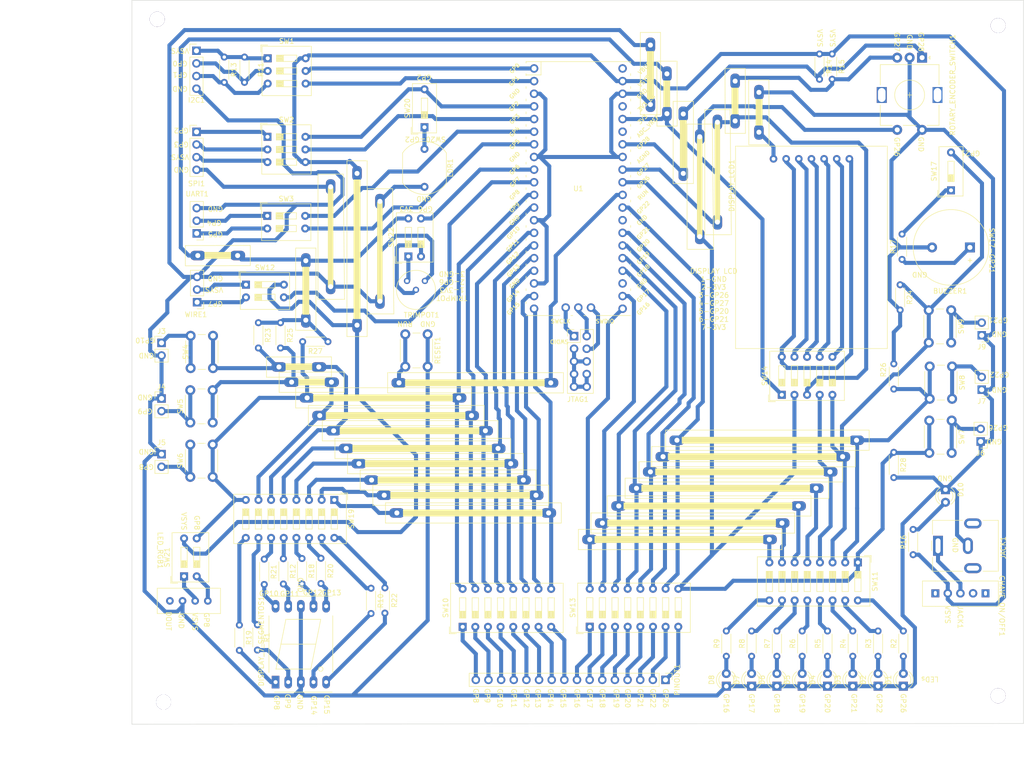
<source format=kicad_pcb>
(kicad_pcb (version 20211014) (generator pcbnew)
  (title_block (title "Kit Desenvolvimento Raspberry PI Pico") (rev "1.0") (company "Instituto Federal da Paraíba - IFPB") (comment 2 "Professor: Alexandre Sales Vasconcelos.") (comment 3 "Equipe Produtora: Josehylton Ricardo, Jose Henrique, Ítalo Neves.") (comment 4 "Kit produzido na disciplina de Técnicas de Prototipagem."))
  (layers (0 "F.Cu" signal) (31 "B.Cu" signal) (34 "B.Paste" user) (35 "F.Paste" user) (36 "B.SilkS" user "B.Silkscreen") (37 "F.SilkS" user "F.Silkscreen") (38 "B.Mask" user) (39 "F.Mask" user) (44 "Edge.Cuts" user))
  (net 0 "")
  (net 1 "GND")
  (net 2 "3V3")
  (net 3 "GPIO9")
  (net 4 "GPIO8")
  (net 5 "GPIO7")
  (net 6 "GPIO6")
  (net 7 "Net-(DISPLAY_7_SEGMENTOS1-Pad1)")
  (net 8 "Net-(DISPLAY_7_SEGMENTOS1-Pad2)")
  (net 9 "Net-(DISPLAY_7_SEGMENTOS1-Pad4)")
  (net 10 "Net-(DISPLAY_7_SEGMENTOS1-Pad5)")
  (net 11 "Net-(DISPLAY_7_SEGMENTOS1-Pad6)")
  (net 12 "Net-(DISPLAY_7_SEGMENTOS1-Pad7)")
  (net 13 "Net-(DISPLAY_7_SEGMENTOS1-Pad9)")
  (net 14 "Net-(DISPLAY_7_SEGMENTOS1-Pad10)")
  (net 15 "Net-(D1-Pad2)")
  (net 16 "Net-(D2-Pad2)")
  (net 17 "Net-(D3-Pad2)")
  (net 18 "Net-(D4-Pad2)")
  (net 19 "Net-(D5-Pad2)")
  (net 20 "Net-(D6-Pad2)")
  (net 21 "Net-(D7-Pad2)")
  (net 22 "Net-(D8-Pad2)")
  (net 23 "DOUT")
  (net 24 "Net-(D10-Pad2)")
  (net 25 "Net-(J4-Pad2)")
  (net 26 "Net-(J5-Pad2)")
  (net 27 "Net-(J6-Pad2)")
  (net 28 "Net-(J7-Pad2)")
  (net 29 "Net-(J9-Pad2)")
  (net 30 "NA")
  (net 31 "Net-(I2C1-Pad1)")
  (net 32 "Net-(R2-Pad2)")
  (net 33 "Net-(DISPLAY_LCD1-Pad2)")
  (net 34 "Net-(R4-Pad2)")
  (net 35 "Net-(R5-Pad2)")
  (net 36 "Net-(R6-Pad2)")
  (net 37 "Net-(R7-Pad2)")
  (net 38 "Net-(DISPLAY_LCD1-Pad3)")
  (net 39 "Net-(R9-Pad2)")
  (net 40 "GPIO1")
  (net 41 "GPIO0")
  (net 42 "GPIO3")
  (net 43 "GPIO4")
  (net 44 "Net-(R17-Pad1)")
  (net 45 "Net-(BUZZER1-Pad1)")
  (net 46 "Net-(CHAVE_ON/OFF1-Pad2)")
  (net 47 "VBUS")
  (net 48 "Net-(J3-Pad1)")
  (net 49 "GPIO28")
  (net 50 "GPIO27")
  (net 51 "GPIO26")
  (net 52 "GPIO22")
  (net 53 "GPIO21")
  (net 54 "GPIO20")
  (net 55 "GPIO19")
  (net 56 "GPIO18")
  (net 57 "GPIO17")
  (net 58 "GPIO16")
  (net 59 "GPIO15")
  (net 60 "GPIO14")
  (net 61 "GPIO13")
  (net 62 "GPIO12")
  (net 63 "GPIO11")
  (net 64 "GPIO10")
  (net 65 "RUN")
  (net 66 "GPIO5")
  (net 67 "GPIO2")
  (net 68 "SWCLK")
  (net 69 "SWDIO")
  (net 70 "ADC")
  (net 71 "3V3EN")
  (net 72 "VSYS")
  (net 73 "Net-(LDR1-Pad1)")
  (net 74 "Net-(LED_RGB1-Pad1)")
  (net 75 "Net-(PINOUT1-Pad1)")
  (net 76 "Net-(PINOUT1-Pad2)")
  (net 77 "Net-(PINOUT1-Pad3)")
  (net 78 "Net-(PINOUT1-Pad4)")
  (net 79 "Net-(PINOUT1-Pad5)")
  (net 80 "Net-(PINOUT1-Pad6)")
  (net 81 "Net-(PINOUT1-Pad7)")
  (net 82 "Net-(PINOUT1-Pad8)")
  (net 83 "Net-(PINOUT1-Pad9)")
  (net 84 "Net-(PINOUT1-Pad10)")
  (net 85 "Net-(PINOUT1-Pad11)")
  (net 86 "Net-(PINOUT1-Pad12)")
  (net 87 "Net-(PINOUT1-Pad13)")
  (net 88 "Net-(PINOUT1-Pad14)")
  (net 89 "Net-(PINOUT1-Pad15)")
  (net 90 "Net-(LED_RGB1-Pad2)")
  (net 91 "Net-(PINOUT1-Pad16)")
  (net 92 "Net-(SPI1-Pad3)")
  (net 93 "Net-(SPI1-Pad2)")
  (net 94 "Net-(SPI1-Pad1)")
  (net 95 "Net-(SW3-Pad1)")
  (net 96 "Net-(SW3-Pad2)")
  (net 97 "Net-(SW12-Pad1)")
  (net 99 "Net-(SW12-Pad2)")
  (net 100 "Net-(SW22-Pad1)")
  (net 101 "Net-(SW22-Pad2)")
  (net 102 "GNDD")
  (net 103 "J_GPIO16")
  (net 104 "J_GPIO17")
  (net 105 "J_GPIO18")
  (net 106 "J_GPIO19")
  (net 107 "J_GPIO20")
  (net 108 "J_GPIO21")
  (net 109 "J_GPIO22")
  (net 110 "J_GPIO15")
  (net 111 "J_GPIO14")
  (net 112 "J_GPIO13")
  (net 113 "J_GPIO12")
  (net 114 "J_GPIO11")
  (net 115 "J_GPIO10")
  (net 116 "J_GPIO9")
  (net 117 "J_GPIO8")
  (net 118 "PB1_GPIO9")
  (net 119 "PB1_GPIO10")
  (net 120 "JE_GPIO27")
  (net 121 "JE_GPIO26")
  (net 122 "JE_GPIO28")
  (net 123 "JGND_LDR")
  (net 124 "TRIM_3V3")
  (net 126 "J_RUN")
  (net 127 "JRGB_VSYS")
  (net 128 "JGND_PIN")
  (net 129 "JES_GPIO27")
  (net 130 "GND_ENT")
  (net 131 "TRIM2_3V3")
  (net 133 "Net-(I2C1-Pad2)")
  (net 134 "Net-(I2C1-Pad3)")
  (net 135 "Net-(DISPLAY_LCD1-Pad4)")
  (net 136 "Net-(DISPLAY_LCD1-Pad5)")
  (net 137 "Net-(DISPLAY_LCD1-Pad6)")
  (net 138 "Net-(SW11-Pad15)")
  (net 139 "Net-(SW11-Pad10)")
  (net 140 "PIN_3V3")
  (net 141 "GND_LCD")
  (net 142 "Net-(SW19-Pad13)")
  (net 143 "Net-(SW19-Pad14)")
  (net 144 "Net-(SW19-Pad15)")
  (net 145 "Net-(SW19-Pad10)")
  (net 146 "Net-(SW19-Pad9)")
  (net 147 "Net-(SW19-Pad12)")
  (net 148 "Net-(SW19-Pad11)")
  (net 149 "Net-(SW19-Pad16)")
  (footprint "Jumpers:Jumper-Wire_8mm_Blue" (layer "F.Cu") (at 156.00473 41.339623 90)
    (fp_text reference "Jp8" hide)
    (fp_text value "jumper_8")
  )
  (footprint "Resistor_THT:R_Axial_DIN0204_L3.6mm_D1.6mm_P5.08mm_Horizontal" (layer "F.Cu") (at 149.453 146.609 90)
    (fp_text reference "R9")
    (fp_text value "270R")
  )
  (footprint "Resistor_THT:R_Axial_DIN0204_L3.6mm_D1.6mm_P5.08mm_Horizontal" (layer "F.Cu") (at 164.693 146.609 90)
    (fp_text reference "R6")
    (fp_text value "270R")
  )
  (footprint "Connector_PinHeader_2.54mm:PinHeader_1x02_P2.54mm_Vertical" (layer "F.Cu") (at 36.006 94.83)
    (fp_text reference "J4")
    (fp_text value "Conn_01x02_Male")
  )
  (footprint "Button_Switch_THT:SW_DIP_SPSTx08_Slide_9.78x22.5mm_W7.62mm_P2.54mm" (layer "F.Cu") (at 70.712 115.2066 -90)
    (fp_text reference "SW19")
    (fp_text value "SW_DIP_x08")
  )
  (footprint "Resistor_THT:R_Axial_DIN0204_L3.6mm_D1.6mm_P5.08mm_Horizontal" (layer "F.Cu") (at 64.22 126.97 -90)
    (fp_text reference "R18")
    (fp_text value "270R")
  )
  (footprint "Potentiometer_THT:Potentiometer_Bourns_3339H_Vertical" (layer "F.Cu") (at 85.3155 71.213 -90)
    (fp_text reference "TRIMPOT1")
    (fp_text value "R_Potentiometer_Trim")
  )
  (footprint "LED_THT:LED_D3.0mm" (layer "F.Cu") (at 164.693 152.621 90)
    (fp_text reference "D5")
    (fp_text value "LED")
  )
  (footprint "Jumpers:Jumper-Wire_8mm_Blue" (layer "F.Cu") (at 51.289623 66.115271 180)
    (fp_text reference "Jp26" hide)
    (fp_text value "jumper")
  )
  (footprint "Resistor_THT:R_Axial_DIN0204_L3.6mm_D1.6mm_P5.08mm_Horizontal" (layer "F.Cu") (at 186.977 126.206 90)
    (fp_text reference "R16")
    (fp_text value "270R")
  )
  (footprint "Button_Switch_THT:SW_DIP_SPSTx01_Slide_9.78x4.72mm_W7.62mm_P2.54mm" (layer "F.Cu") (at 194.587 53.0135 90)
    (fp_text reference "SW17")
    (fp_text value "SW_DIP_x01")
  )
  (footprint "Resistor_THT:R_Axial_DIN0204_L3.6mm_D1.6mm_P5.08mm_Horizontal" (layer "F.Cu") (at 174.853 146.609 90)
    (fp_text reference "R4")
    (fp_text value "270R")
  )
  (footprint "Resistor_THT:R_Axial_DIN0204_L3.6mm_D1.6mm_P5.08mm_Horizontal" (layer "F.Cu") (at 48.607 26.25 -90)
    (fp_text reference "R13")
    (fp_text value "10K")
  )
  (footprint "Jumpers:Jumper-Wire_20mm_Blue" (layer "F.Cu") (at 69.9705 52.2991 -90)
    (fp_text reference "J20" hide)
    (fp_text value "jumper")
  )
  (footprint "LED_THT:LED_D3.0mm" (layer "F.Cu") (at 149.453 152.621 90)
    (fp_text reference "D8")
    (fp_text value "LED")
  )
  (footprint "Jumpers:Jumper-Wire_8mm_Blue" (layer "F.Cu") (at 137.5223 29.6164 -90)
    (fp_text reference "Jp22" hide)
    (fp_text value "jumper")
  )
  (footprint "Connector_PinHeader_2.54mm:PinHeader_1x02_P2.54mm_Vertical" (layer "F.Cu") (at 36.006 106.006)
    (fp_text reference "J5")
    (fp_text value "Conn_01x02_Male")
  )
  (footprint "Jumpers:Jumper-Wire_12mm_Blue" (layer "F.Cu") (at 64.987 67.155 -90)
    (fp_text reference "J1" hide)
    (fp_text value "jumper")
  )
  (footprint "Button_Switch_THT:SW_DIP_SPSTx01_Slide_9.78x4.72mm_W7.62mm_P2.54mm" (layer "F.Cu") (at 88.8235 40.3405 90)
    (fp_text reference "SW20")
    (fp_text value "SW_DIP_x01")
  )
  (footprint "Resistor_THT:R_Axial_DIN0204_L3.6mm_D1.6mm_P5.08mm_Horizontal" (layer "F.Cu") (at 168.171 25.624 -90)
    (fp_text reference "R14")
    (fp_text value "10K")
  )
  (footprint "Jumpers:Jumper-Wire_30mm_blue_adaptado" (layer "F.Cu") (at 163.923 116.416 180)
    (fp_text reference "Jp3" hide)
    (fp_text value "Jumper")
  )
  (footprint "Jumpers:Jumper-Wire_30mm_Blue_correto" (layer "F.Cu") (at 106.138 107.911 180)
    (fp_text reference "Jp12" hide)
    (fp_text value "jumper")
  )
  (footprint "Resistor_THT:R_Axial_DIN0204_L3.6mm_D1.6mm_P5.08mm_Horizontal" (layer "F.Cu") (at 185.013 146.609 90)
    (fp_text reference "R2")
    (fp_text value "270R")
  )
  (footprint "Jumpers:Jumper-Wire_30mm_blue_adaptado" (layer "F.Cu") (at 170.273 109.562 180)
    (fp_text reference "Jp5" hide)
    (fp_text value "Jumper")
  )
  (footprint "Jumpers:Jumper-Wire_30mm_blue_adaptado" (layer "F.Cu") (at 172.813 106.514 180)
    (fp_text reference "Jp6" hide)
    (fp_text value "Jumper")
  )
  (footprint "Connector_PinHeader_2.54mm:PinHeader_1x04_P2.54mm_Vertical" (layer "F.Cu") (at 43.037 41.272)
    (fp_text reference "SPI1")
    (fp_text value "Conn_01x04_Male")
  )
  (footprint "Button_Switch_THT:SW_PUSH_6mm_H5mm" (layer "F.Cu") (at 194.621 77.102 -90)
    (fp_text reference "SW9")
    (fp_text value "SW_Push")
  )
  (footprint "Connector_PinHeader_2.54mm:PinHeader_1x02_P2.54mm_Vertical" (layer "F.Cu") (at 200.753 93.052 180)
    (fp_text reference "J7")
    (fp_text value "Conn_01x02_Male")
  )
  (footprint "Jumpers:Jumper-Wire_30mm_Blue_correto" (layer "F.Cu") (at 101.058 101.307 180)
    (fp_text reference "Jp14" hide)
    (fp_text value "jumper")
  )
  (footprint "Button_Switch_THT:SW_PUSH_6mm_H5mm" (layer "F.Cu") (at 89.465 81.928 -90)
    (fp_text reference "RESET1")
    (fp_text value "SW_Push")
  )
  (footprint "Resistor_THT:R_Axial_DIN0204_L3.6mm_D1.6mm_P5.08mm_Horizontal" (layer "F.Cu") (at 159.613 146.609 90)
    (fp_text reference "R7")
    (fp_text value "270R")
  )
  (footprint "Connector_PinHeader_2.54mm:PinHeader_1x02_P2.54mm_Vertical" (layer "F.Cu") (at 200.753 82.135 180)
    (fp_text reference "J9")
    (fp_text value "Conn_01x02_Male")
  )
  (footprint "Button_Switch_THT:SW_DIP_SPSTx02_Slide_9.78x7.26mm_W7.62mm_P2.54mm" (layer "F.Cu") (at 57.2425 58.145)
    (fp_text reference "SW3")
    (fp_text value "SW_DIP_x02")
  )
  (footprint "Jumpers:Jumper-Wire_30mm_Blue_correto" (layer "F.Cu") (at 108.678 111.213 180)
    (fp_text reference "Jp11" hide)
    (fp_text value "jumper")
  )
  (footprint "LED_THT:LED_D3.0mm" (layer "F.Cu") (at 174.853 152.621 90)
    (fp_text reference "D3")
    (fp_text value "LED")
  )
  (footprint "Button_Switch_THT:SW_DIP_SPSTx03_Slide_9.78x9.8mm_W7.62mm_P2.54mm" (layer "F.Cu") (at 57.3325 26.495)
    (fp_text reference "SW1")
    (fp_text value "SW_DIP_x03")
  )
  (footprint "Connector_PinHeader_2.54mm:PinHeader_1x04_P2.54mm_Vertical" (layer "F.Cu") (at 43.019 24.98)
    (fp_text reference "I2C1")
    (fp_text value "Conn_01x04_Male")
  )
  (footprint "Button_Switch_THT:SW_PUSH_6mm_H5mm" (layer "F.Cu") (at 41.782 99.656 90)
    (fp_text reference "SW5")
    (fp_text value "SW_Push")
  )
  (footprint "Jumpers:Jumper-Wire_30mm_Blue_correto" (layer "F.Cu") (at 95.724 94.703 180)
    (fp_text reference "Jp16" hide)
    (fp_text value "jumper")
  )
  (footprint "LED_THT:LED_D3.0mm" (layer "F.Cu") (at 169.773 152.621 90)
    (fp_text reference "D4")
    (fp_text value "LED")
  )
  (footprint "Resistor_THT:R_Axial_DIN0204_L3.6mm_D1.6mm_P5.08mm_Horizontal" (layer "F.Cu") (at 52.671 26.25 -90)
    (fp_text reference "R11")
    (fp_text value "10K")
  )
  (footprint "Jumpers:Jumper-Wire_8mm_Blue" (layer "F.Cu") (at 151.223 31.076 -90)
    (fp_text reference "Jp24" hide)
    (fp_text value "jumper")
  )
  (footprint "LED_RGB:LED_RGB" (layer "F.Cu") (at 40.222 130.4041)
    (fp_text reference "LED_RGB1")
    (fp_text value "LED_RGB")
  )
  (footprint "Button_Switch_THT:SW_PUSH_6mm_H5mm" (layer "F.Cu") (at 194.807 88.39 -90)
    (fp_text reference "SW8")
    (fp_text value "SW_Push")
  )
  (footprint "Resistor_THT:R_Axial_DIN0204_L3.6mm_D1.6mm_P5.08mm_Horizontal" (layer "F.Cu") (at 183.097 105.6391 -90)
    (fp_text reference "R28")
    (fp_text value "10K")
  )
  (footprint "Connector_BarrelJack:BarrelJack_CUI_PJ-063AH_Horizontal" (layer "F.Cu") (at 191.977 124.416 90)
    (fp_text reference "JACK1")
    (fp_text value "Barrel_Jack")
  )
  (footprint "Resistor_THT:R_Axial_DIN0204_L3.6mm_D1.6mm_P5.08mm_Horizontal" (layer "F.Cu") (at 55.462 79.6041 -90)
    (fp_text reference "R23")
    (fp_text value "10K")
  )
  (footprint "Chave_3_pin:Chave 3 pin" (layer "F.Cu") (at 196.477 128.951)
    (fp_text reference "CHAVE_ON/OFF1")
    (fp_text value "SW_DPDT_x2")
  )
  (footprint "Connector_PinHeader_2.54mm:PinHeader_2x05_P2.54mm_Vertical" (layer "F.Cu") (at 118.867 82.301)
    (fp_text reference "JTAG1")
    (fp_text value "Conn_02x05")
  )
  (footprint "Button_Switch_THT:SW_PUSH_6mm_H5mm" (layer "F.Cu") (at 41.848 88.734 90)
    (fp_text reference "SW4")
    (fp_text value "SW_Push")
  )
  (footprint "Button_Switch_THT:SW_DIP_SPSTx02_Slide_9.78x7.26mm_W7.62mm_P2.54mm" (layer "F.Cu") (at 40.535 130.5496 90)
    (fp_text reference "SW21")
    (fp_text value "SW_DIP_x02")
  )
  (footprint "Jumpers:Jumper-Wire_30mm_Blue_correto" (layer "F.Cu") (at 75.277 49.618 -90)
    (fp_text reference "J19" hide)
    (fp_text value "jumper")
  )
  (footprint "Jumpers:Jumper-Wire_30mm_blue_adaptado" (layer "F.Cu") (at 160.629 119.85 180)
    (fp_text reference "Jp2" hide)
    (fp_text value "Jumper")
  )
  (footprint "Button_Switch_THT:SW_DIP_SPSTx08_Slide_9.78x22.5mm_W7.62mm_P2.54mm" (layer "F.Cu") (at 175.879 127.7665 -90)
    (fp_text reference "SW11")
    (fp_text value "SW_DIP_x08")
  )
  (footprint "Jumpers:Jumper-Wire_30mm_blue_adaptado" (layer "F.Cu") (at 167.479 112.864 180)
    (fp_text reference "Jp4" hide)
    (fp_text value "Jumper")
  )
  (footprint "Connector_PinHeader_2.54mm:PinHeader_1x16_P2.54mm_Vertical" (layer "F.Cu") (at 137.237 151.346 -90)
    (fp_text reference "PINOUT1")
    (fp_text value "Conn_01x16_Male")
  )
  (footprint "Button_Switch_THT:SW_DIP_SPSTx03_Slide_9.78x9.8mm_W7.62mm_P2.54mm" (layer "F.Cu") (at 57.2855 42.267)
    (fp_text reference "SW2")
    (fp_text value "SW_DIP_x03")
  )
  (footprint "Resistor_THT:R_Axial_DIN0204_L3.6mm_D1.6mm_P5.08mm_Horizontal" (layer "F.Cu") (at 170.711 25.624 -90)
    (fp_text reference "R15")
    (fp_text value "10K")
  )
  (footprint "Jumpers:Jumper-Wire_30mm_blue_adaptado" (layer "F.Cu") (at 175.607 103.212 180)
    (fp_text reference "Jp7" hide)
    (fp_text value "Jumper")
  )
  (footprint "Resistor_THT:R_Axial_DIN0204_L3.6mm_D1.6mm_P5.08mm_Horizontal" (layer "F.Cu") (at 169.773 146.609 90)
    (fp_text reference "R5")
    (fp_text value "270R")
  )
  (footprint "Resistor_THT:R_Axial_DIN0204_L3.6mm_D1.6mm_P5.08mm_Horizontal" (layer "F.Cu") (at 56.64 127.1 -90)
    (fp_text reference "R21")
    (fp_text value "270R")
  )
  (footprint "Connector_PinHeader_2.54mm:PinHeader_1x03_P2.54mm_Vertical" (layer "F.Cu") (at 43.07 61.665 180)
    (fp_text reference "UART1")
    (fp_text value "Conn_01x03_Male")
  )
  (footprint "Jumpers:Jumper-Wire_30mm_Blue_correto" (layer "F.Cu") (at 114.19 91.68 180)
    (fp_text reference "Jp23" hide)
    (fp_text value "jumper")
  )
  (footprint "Rotary_Encoder:RotaryEncoder_Alps_EC11E-Switch_Vertical_H20mm" (layer "F.Cu") (at 188.775 26.366 -90)
    (fp_text reference "ROTARY_ENCODER_SWITCH1")
    (fp_text value "RotaryEncoder_Switch")
  )
  (footprint "Resistor_THT:R_Axial_DIN0204_L3.6mm_D1.6mm_P5.08mm_Horizontal" (layer "F.Cu") (at 80.87 132.86 -90)
    (fp_text reference "R22")
    (fp_text value "270R")
  )
  (footprint "Resistor_THT:R_Axial_DIN0204_L3.6mm_D1.6mm_P5.08mm_Horizontal" (layer "F.Cu") (at 184.751 61.81 -90)
    (fp_text reference "R17")
    (fp_text value "270R")
  )
  (footprint "Connector_PinHeader_2.54mm:PinHeader_1x02_P2.54mm_Vertical" (layer "F.Cu") (at 36.006 83.654)
    (fp_text reference "J3")
    (fp_text value "Conn_01x02_Male")
  )
  (footprint "Resistor_THT:R_Axial_DIN0204_L3.6mm_D1.6mm_P5.08mm_Horizontal" (layer "F.Cu") (at 68.03 126.92 -90)
    (fp_text reference "R20")
    (fp_text value "270R")
  )
  (footprint "OptoDevice:R_LDR_10x8.5mm_P7.6mm_Vertical" (layer "F.Cu") (at 88.8235 44.711 -90)
    (fp_text reference "LDR1")
    (fp_text value "LDR03")
  )
  (footprint "LED_THT:LED_D3.0mm" (layer "F.Cu") (at 154.533 152.621 90)
    (fp_text reference "D7")
    (fp_text value "LED")
  )
  (footprint "Resistor_THT:R_Axial_DIN0204_L3.6mm_D1.6mm_P5.08mm_Horizontal" (layer "F.Cu") (at 183.097 92.9391 90)
    (fp_text reference "R26")
    (fp_text value "10K")
  )
  (footprint "Jumpers:Jumper-Wire_12mm_Blue" (layer "F.Cu") (at 140.809 37.68 -90)
    (fp_text reference "J17" hide)
    (fp_text value "jumper")
  )
  (footprint "Resistor_THT:R_Axial_DIN0204_L3.6mm_D1.6mm_P5.08mm_Horizontal" (layer "F.Cu") (at 69.432 83.4141 180)
    (fp_text reference "R27")
    (fp_text value "10K")
  )
  (footprint "Resistor_THT:R_Axial_DIN0204_L3.6mm_D1.6mm_P5.08mm_Horizontal" (layer "F.Cu") (at 184.367 71.9841 -90)
    (fp_text reference "R24")
    (fp_text value "10K")
  )
  (footprint "Button_Switch_THT:SW_DIP_SPSTx02_Slide_9.78x7.26mm_W7.62mm_P2.54mm" (layer "F.Cu") (at 85.5865 66.291 90)
    (fp_text reference "SW22")
    (fp_text value "SW_DIP_x02")
  )
  (footprint "Jumpers:Jumper-Wire_30mm_Blue_correto" (layer "F.Cu") (at 113.758 117.817 180)
    (fp_text reference "Jp9" hide)
    (fp_text value "jumper")
  )
  (footprint "Display IPS LCD 1.3″ 240×240:Display IPS LCD 1.3″ 240×240" (layer "F.Cu") (at 166.55 44.15)
    (fp_text reference "DISPLAY_LCD1")
    (fp_text value "Display_LCD_1.3_240x240")
  )
  (footprint "Display_7Segment:7SegmentLED_LTS6760_LTS6780" (layer "F.Cu") (at 58.91 151.8 90)
    (fp_text reference "DISPLAY_7_SEGMENTOS1")
    (fp_text value "LTS-6980HR")
  )
  (footprint "Resistor_THT:R_Axial_DIN0204_L3.6mm_D1.6mm_P5.08mm_Horizontal" (layer "F.Cu") (at 51.64 140.34 -90)
    (fp_text reference "R19")
    (fp_text value "270R")
  )
  (footprint "Jumpers:Jumper-Wire_8mm_Blue" (layer "F.Cu") (at 70.1326 91.5433 180)
    (fp_text reference "Jp17" hide)
    (fp_text value "jumper")
  )
  (footprint "Button_Switch_THT:SW_PUSH_6mm_H5mm" (layer "F.Cu") (at 194.723 99.26 -90)
    (fp_text reference "SW7")
    (fp_text value "SW_Push")
  )
  (footprint "LED_THT:LED_D3.0mm" (layer "F.Cu") (at 193.477 113.141 -90)
    (fp_text reference "D10")
    (fp_text value "LED")
  )
  (footprint "LED_THT:LED_D3.0mm" (layer "F.Cu") (at 185.013 152.621 90)
    (fp_text reference "D1")
    (fp_text value "LED")
  )
  (footprint "LED_THT:LED_D3.0mm" (layer "F.Cu") (at 179.933 152.621 90)
    (fp_text reference "D2")
    (fp_text value "LED")
  )
  (footprint "Jumpers:Jumper-Wire_30mm_Blue_correto" (layer "F.Cu") (at 103.598 104.863 180)
    (fp_text reference "Jp13" hide)
    (fp_text value "jumper")
  )
  (footprint "MCU_RaspberryPi_and_Boards:RPi_Pico_TH" (layer "F.Cu") (at 119.727 52.666)
    (fp_text reference "U1")
    (fp_text value "Pico")
  )
  (footprint "Jumpers:Jumper-Wire_30mm_Blue_correto" (layer "F.Cu") (at 98.264 98.259 180)
    (fp_text reference "Jp15" hide)
    (fp_text value "jumper")
  )
  (footprint "LED_THT:LED_D3.0mm" (layer "F.Cu") (at 159.613 152.621 90)
    (fp_text reference "D6")
    (fp_text value "LED")
  )
  (footprint "Button_Switch_THT:SW_PUSH_6mm_H5mm" (layer "F.Cu") (at 41.782 110.578 90)
    (fp_text reference "SW6")
    (fp_text value "SW_Push")
  )
  (footprint "Jumpers:Jumper-Wire_20mm_Blue" (layer "F.Cu") (at 147.667 39.331 -90)
    (fp_text reference "J16" hide)
    (fp_text value "jumper")
  )
  (footprint "Connector_PinHeader_2.54mm:PinHeader_1x03_P2.54mm_Vertical" (layer "F.Cu") (at 43.15 75.485 180)
    (fp_text reference "WIRE1")
    (fp_text value "Conn_01x03_Male")
  )
  (footprint "Jumpers:Jumper-Wire_30mm_Blue_correto" (layer "F.Cu") (at 111.218 114.261 180)
    (fp_text reference "Jp10" hide)
    (fp_text value "jumper")
  )
  (footprint "Button_Switch_THT:SW_DIP_SPSTx05_Slide_9.78x14.88mm_W7.62mm_P2.54mm" (layer "F.Cu") (at 160.595 94.0875 90)
    (fp_text reference "SW14")
    (fp_text value "SW_DIP_x05")
  )
  (footprint "Jumpers:Jumper-Wire_20mm_Blue" (layer "F.Cu") (at 144.111 42.252 -90)
    (fp_text reference "J15" hide)
    (fp_text value "jumper")
  )
  (footprint "Jumpers:Jumper-Wire_20mm_Blue" (layer "F.Cu") (at 79.8765 55.233 -90)
    (fp_text reference "J18" hide)
    (fp_text value "jumper")
  )
  (footprint "Button_Switch_THT:SW_DIP_SPSTx02_Slide_9.78x7.26mm_W7.62mm_P2.54mm" (layer "F.Cu") (at 52.9645 71.97)
    (fp_text reference "SW12")
    (fp_text value "SW_DIP_x02")
  )
  (footprint "Connector_PinHeader_2.54mm:PinHeader_1x02_P2.54mm_Vertical" (layer "F.Cu") (at 200.543 103.471 180)
    (fp_text reference "J6")
    (fp_text value "Conn_01x02_Male")
  )
  (footprint "Resistor_THT:R_Axial_DIN0204_L3.6mm_D1.6mm_P5.08mm_Horizontal" (layer "F.Cu") (at 59.907 79.6041 -90)
    (fp_text reference "R25")
    (fp_text value "10K")
  )
  (footprint "Resistor_THT:R_Axial_DIN0204_L3.6mm_D1.6mm_P5.08mm_Horizontal" (layer "F.Cu") (at 60.48 127.01 -90)
    (fp_text reference "R12")
    (fp_text value "270R")
  )
  (footprint "Buzzer_Beeper:Buzzer_15x7.5RM7.6" (layer "F.Cu") (at 198.387 64.486 180)
    (fp_text reference "BUZZER1")
    (fp_text value "Buzzer")
  )
  (footprint "Resistor_THT:R_Axial_DIN0204_L3.6mm_D1.6mm_P5.08mm_Horizontal" (layer "F.Cu") (at 179.933 146.609 90)
    (fp_text reference "R3")
    (fp_text value "270R")
  )
  (footprint "Jumpers:Jumper-Wire_30mm_blue_adaptado" (layer "F.Cu") (at 158.089 123.152 180)
    (fp_text reference "Jp1" hide)
    (fp_text value "Jumper")
  )
  (footprint "Jumpers:Jumper-Wire_8mm_Blue" (layer "F.Cu") (at 67.5926 88.4953 180)
    (fp_text reference "Jp18" hide)
    (fp_text value "jumper")
  )
  (footprint "Resistor_THT:R_Axial_DIN0204_L3.6mm_D1.6mm_P5.08mm_Horizontal" (layer "F.Cu") (at 78.09 132.94 -90)
    (fp_text reference "R10")
    (fp_text value "270R")
  )
  (footprint "Jumpers:Jumper-Wire_12mm_Blue" (layer "F.Cu") (at 134.205 23.837 -90)
    (fp_text reference "Jp25" hide)
    (fp_text value "jumper")
  )
  (footprint "Button_Switch_THT:SW_DIP_SPSTx08_Slide_9.78x22.5mm_W7.62mm_P2.54mm" (layer "F.Cu") (at 122.021 140.678 90)
    (fp_text reference "SW13")
    (fp_text value "SW_DIP_x08")
  )
  (footprint "Resistor_THT:R_Axial_DIN0204_L3.6mm_D1.6mm_P5.08mm_Horizontal" (layer "F.Cu") (at 154.533 146.609 90)
    (fp_text reference "R8")
    (fp_text value "270R")
  )
  (footprint "Button_Switch_THT:SW_DIP_SPSTx08_Slide_9.78x22.5mm_W7.62mm_P2.54mm" (layer "F.Cu") (at 96.491 140.695 90)
    (fp_text reference "SW10")
    (fp_text value "SW_DIP_x08")
  )
  (footprint "Resistor_THT:R_Axial_DIN0204_L3.6mm_D1.6mm_P5.08mm_Horizontal" (layer "F.Cu") (at 55.26 140.28 -90)
    (fp_text reference "R1")
    (fp_text value "270R")
  )
  (gr_line (start 209.135 14.8341) (end 30.062 14.8341) (layer "Edge.Cuts") (width 0.1))
  (gr_line (start 30.062 160.2491) (end 30.062 14.8341) (layer "Edge.Cuts") (width 0.1))
  (gr_line (start 209.135 160.108) (end 209.135 14.8341) (layer "Edge.Cuts") (width 0.1))
  (gr_line (start 209.135 160.108) (end 30.062 160.2491) (layer "Edge.Cuts") (width 0.1))
  (gr_text "GP15" (at 69.1955 156.30875 270) (layer "F.SilkS") (effects (font (size 1 1))))
  (gr_text "GP19" (at 127.347 155.028 270) (layer "F.SilkS") (effects (font (size 1 1))))
  (gr_text "GP9" (at 32.704 97.37 180) (layer "F.SilkS") (effects (font (size 1 1))))
  (gr_text "GND" (at 188.561 43.776 270) (layer "F.SilkS") (effects (font (size 1 1))))
  (gr_text "VSYS" (at 46.575 72.986 180) (layer "F.SilkS") (effects (font (size 1 1))))
  (gr_text "GP21" (at 198.467 45.554 180) (layer "F.SilkS") (effects (font (size 1 1))))
  (gr_text "GND" (at 88.739 54.698 180) (layer "F.SilkS") (effects (font (size 1 1))))
  (gr_text "GP14" (at 114.139 155.028 270) (layer "F.SilkS") (effects (font (size 1 1))))
  (gr_text "GP21" (at 204.055 79.082 180) (layer "F.SilkS") (effects (font (size 1 1))))
  (gr_text "GP21" (at 175.099 156.044 270) (layer "F.SilkS") (effects (font (size 1 1))))
  (gr_text "GP9" (at 101.439 154.52 270) (layer "F.SilkS") (effects (font (size 1 1))))
  (gr_text "GP2" (at 39.971 40.982 180) (layer "F.SilkS") (effects (font (size 1 1))))
  (gr_text "GND" (at 203.293 103.466 180) (layer "F.SilkS") (effects (font (size 1 1))))
  (gr_text "GP6" (at 88.993 56.73 180) (layer "F.SilkS") (effects (font (size 1 1))))
  (gr_text "GP26" (at 204.055 100.672 180) (layer "F.SilkS") (effects (font (size 1 1))))
  (gr_text "VSYS" (at 193.895 138.264 270) (layer "F.SilkS") (effects (font (size 1 1))))
  (gr_text "GP26" (at 185.005 156.044 270) (layer "F.SilkS") (effects (font (size 1 1))))
  (gr_text "GP13" (at 111.599 155.028 270) (layer "F.SilkS") (effects (font (size 1 1))))
  (gr_text "GP12" (at 66.36 133.83) (layer "F.SilkS") (effects (font (size 1 1))))
  (gr_text "GP18" (at 159.605 156.044 270) (layer "F.SilkS") (effects (font (size 1 1))))
  (gr_text "VSYS" (at 168.241 22.44 270) (layer "F.SilkS") (effects (font (size 1 1))))
  (gr_text "JACK1" (at 196.435 138.772 270) (layer "F.SilkS") (effects (font (size 1 1))))
  (gr_text "3V3" (at 85.183 56.73 180) (layer "F.SilkS") (effects (font (size 1 1))))
  (gr_text "VSYS" (at 40.5055 119.48875 270) (layer "F.SilkS") (effects (font (size 1 1))))
  (gr_text "GND" (at 32.704 94.576 180) (layer "F.SilkS") (effects (font (size 1 1))))
  (gr_text "GP20" (at 169.765 156.044 270) (layer "F.SilkS") (effects (font (size 1 1))))
  (gr_text "GP14" (at 66.6055 156.46875 270) (layer "F.SilkS") (effects (font (size 1 1))))
  (gr_text "GP22" (at 134.713 155.028 270) (layer "F.SilkS") (effects (font (size 1 1))))
  (gr_text "GND" (at 193.387 110.832 180) (layer "F.SilkS") (effects (font (size 1 1))))
  (gr_text "GP19" (at 164.685 156.044 270) (layer "F.SilkS") (effects (font (size 1 1))))
  (gr_text "GP11" (at 61.77 134.08) (layer "F.SilkS") (effects (font (size 1 1))))
  (gr_text "GP8" (at 43.1155 119.77875 270) (layer "F.SilkS") (effects (font (size 1 1))))
  (gr_text "GP7" (at 46.829 75.78 180) (layer "F.SilkS") (effects (font (size 1 1))))
  (gr_text "VSYS" (at 39.717 46.316 180) (layer "F.SilkS") (effects (font (size 1 1))))
  (gr_text "GND" (at 39.968 139.5481 270) (layer "F.SilkS") (effects (font (size 1 1))))
  (gr_text "VSYS" (at 170.781 22.44 270) (layer "F.SilkS") (effects (font (size 1 1))))
  (gr_text "GP13" (at 70.14 133.86) (layer "F.SilkS") (effects (font (size 1 1))))
  (gr_text "GND" (at 39.717 32.6 180) (layer "F.SilkS") (effects (font (size 1 1))))
  (gr_text "GND" (at 204.309 81.876 180) (layer "F.SilkS") (effects (font (size 1 1))))
  (gr_text "GP22\n" (at 204.309 90.004 180) (layer "F.SilkS") (effects (font (size 1 1))))
  (gr_text "GP27" (at 183.735 23.202 270) (layer "F.SilkS") (effects (font (size 1 1))))
  (gr_text "GND" (at 186.275 23.202 270) (layer "F.SilkS") (effects (font (size 1 1))))
  (gr_text "GP21" (at 132.173 155.028 270) (layer "F.SilkS") (effects (font (size 1 1))))
  (gr_text "GP22" (at 180.179 156.044 270) (layer "F.SilkS") (effects (font (size 1 1))))
  (gr_text "GP9" (at 61.3455 155.62875 270) (layer "F.SilkS") (effects (font (size 1 1))))
  (gr_text "GND" (at 204.309 93.052 180) (layer "F.SilkS") (effects (font (size 1 1))))
  (gr_text "VSYS" (at 42.7155 139.66875 270) (layer "F.SilkS") (effects (font (size 1 1))))
  (gr_text "TRIMPOT\n1-3V3\n2-GP6\n3-GND" (at 94.327 72.224 180) (layer "F.SilkS") (effects (font (size 1 1))))
  (gr_text "GP10" (at 32.704 83.146 180) (layer "F.SilkS") (effects (font (size 1 1))))
  (gr_text "GP12" (at 109.313 155.028 270) (layer "F.SilkS") (effects (font (size 1 1))))
  (gr_text "GP8" (at 99.153 154.52 270) (layer "F.SilkS") (effects (font (size 1 1))))
  (gr_text "GP5" (at 46.829 61.81 180) (layer "F.SilkS") (effects (font (size 1 1))))
  (gr_text "GND" (at 39.971 48.856 180) (layer "F.SilkS") (effects (font (size 1 1))))
  (gr_text "GP28" (at 188.561 23.202 270) (layer "F.SilkS") (effects (font (size 1 1))))
  (gr_text "GP11" (at 106.773 155.028 270) (layer "F.SilkS") (effects (font (size 1 1))))
  (gr_text "GP17" (at 154.525 156.044 270) (layer "F.SilkS") (effects (font (size 1 1))))
  (gr_text "GP8\n" (at 32.958 108.546 180) (layer "F.SilkS") (effects (font (size 1 1))))
  (gr_text "GND" (at 188.307 69.938 180) (layer "F.SilkS") (effects (font (size 1 1))))
  (gr_text "GP26" (at 183.735 44.284 270) (layer "F.SilkS") (effects (font (size 1 1))))
  (gr_text "RUN" (at 84.929 79.844 180) (layer "F.SilkS") (effects (font (size 1 1))))
  (gr_text "GP10" (at 103.979 155.028 270) (layer "F.SilkS") (effects (font (size 1 1))))
  (gr_text "DISPLAY LCD\n1-GND\n2-3V3\n3-GP26\n4-GP27\n5-GP20\n6-GP21\n7-3V3" (at 146.93 74.89) (layer "F.SilkS") (effects (font (size 1 1))))
  (gr_text "GP8" (at 59.1155 155.90875 270) (layer "F.SilkS") (effects (font (size 1 1))))
  (gr_text "GP16" (at 149.445 156.044 270) (layer "F.SilkS") (effects (font (size 1 1))))
  (gr_text "GP0" (at 39.717 27.52 180) (layer "F.SilkS") (effects (font (size 1 1))))
  (gr_text "GP2" (at 88.739 30.314 180) (layer "F.SilkS") (effects (font (size 1 1))))
  (gr_text "GP18" (at 124.553 155.028 270) (layer "F.SilkS") (effects (font (size 1 1))))
  (gr_text "GP10" (at 57.55 134.02) (layer "F.SilkS") (effects (font (size 1 1))))
  (gr_text "GP20" (at 129.633 155.028 270) (layer "F.SilkS") (effects (font (size 1 1))))
  (gr_text "DOUT" (at 37.428 139.5481 270) (layer "F.SilkS") (effects (font (size 1 1))))
  (gr_text "GND" (at 32.958 86.194 180) (layer "F.SilkS") (effects (font (size 1 1))))
  (gr_text "GP15" (at 116.679 155.028 270) (layer "F.SilkS") (effects (font (size 1 1))))
  (gr_text "GND" (at 63.894 132.2761 270) (layer "F.SilkS") (effects (font (size 1 1))))
  (gr_text "LEDs" (at 190.339 151.218 180) (layer "F.SilkS") (effects (font (size 1 1))))
  (gr_text "GND" (at 63.8155 155.82875 270) (layer "F.SilkS") (effects (font (size 1 1))))
  (gr_text "GND" (at 46.829 56.73 180) (layer "F.SilkS") (effects (font (size 1 1))))
  (gr_text "GND" (at 32.958 105.498 180) (layer "F.SilkS") (effects (font (size 1 1))))
  (gr_text "SWDIO" (at 115.917 83.4 180) (layer "F.SilkS") (effects (font (size 0.8 0.8))))
  (gr_text "GP4" (at 46.575 59.524 180) (layer "F.SilkS") (effects (font (size 1 1))))
  (gr_text "VSYS" (at 39.717 24.98 180) (layer "F.SilkS") (effects (font (size 1 1))))
  (gr_text "SW17-GP21" (at 202.785 65.112 270) (layer "F.SilkS") (effects (font (size 1 1))))
  (gr_text "GND" (at 89.501 79.844 180) (layer "F.SilkS") (effects (font (size 1 1))))
  (gr_text "GP17" (at 122.013 155.028 270) (layer "F.SilkS") (effects (font (size 1 1))))
  (gr_text "GND" (at 195.419 124.294 270) (layer "F.SilkS") (effects (font (size 1 1))))
  (gr_text "GND" (at 46.829 70.7 180) (layer "F.SilkS") (effects (font (size 1 1))))
  (gr_text "SW20-GP2" (at 88.993 42.76 180) (layer "F.SilkS") (effects (font (size 1 1))))
  (gr_text "GP3" (at 39.971 43.776 180) (layer "F.SilkS") (effects (font (size 1 1))))
  (gr_text "GP1" (at 39.717 29.806 180) (layer "F.SilkS") (effects (font (size 1 1))))
  (gr_text "GP8" (at 45.048 139.2941 270) (layer "F.SilkS") (effects (font (size 1 1))))
  (gr_text "GP26" (at 137.253 155.028 270) (layer "F.SilkS") (effects (font (size 1 1))))
  (gr_text "GP16" (at 119.473 155.028 270) (layer "F.SilkS") (effects (font (size 1 1))))
  (via (at 35.142 18.6441) (size 3) (drill 2.99) (layers "F.Cu" "B.Cu") (net 0))
  (via (at 204.052 154.5341) (size 3) (drill 2.99) (layers "F.Cu" "B.Cu") (net 0))
  (via (at 204.052 154.5341) (size 3) (drill 2.99) (layers "F.Cu" "B.Cu") (net 0))
  (via (at 204.052 19.9141) (size 3) (drill 2.99) (layers "F.Cu" "B.Cu") (net 0))
  (via (at 36.412 155.8041) (size 3) (drill 2.99) (layers "F.Cu" "B.Cu") (net 0))
  (via (at 35.142 18.6441) (size 3) (drill 2.99) (layers "F.Cu" "B.Cu") (net 0))
  (via (at 36.412 155.8041) (size 3) (drill 2.99) (layers "F.Cu" "B.Cu") (net 0))
  (segment (start 33.734089 103.734089) (end 36.006 106.006) (width 0.8128) (layer "B.Cu") (net 1))
  (segment (start 156.00473 33.339623) (end 162.625623 33.339623) (width 0.8128) (layer "B.Cu") (net 1))
  (segment (start 184.086 64.486) (end 190.787 64.486) (width 0.8128) (layer "B.Cu") (net 1))
  (segment (start 197.977 124.416) (end 195.798911 122.237911) (width 0.8128) (layer "B.Cu") (net 1))
  (segment (start 186.275 26.366) (end 186.196911 26.366) (width 0.8128) (layer "B.Cu") (net 1))
  (segment (start 58.897089 63.042911) (end 61.15 60.79) (width 0.8128) (layer "B.Cu") (net 1))
  (segment (start 63.99 153.8748) (end 63.99 151.8) (width 0.8128) (layer "B.Cu") (net 1))
  (segment (start 184.426164 64.486) (end 182.629089 62.688925) (width 0.8128) (layer "B.Cu") (net 1))
  (segment (start 188.775 40.866) (end 186.275 38.366) (width 0.8128) (layer "B.Cu") (net 1))
  (segment (start 37.164 77.5821) (end 33.734089 81.012011) (width 0.8128) (layer "B.Cu") (net 1))
  (segment (start 202.4158 82.135) (end 203.024911 81.525889) (width 0.8128) (layer "B.Cu") (net 1))
  (segment (start 200.753 93.052) (end 202.4158 93.052) (width 0.8128) (layer "B.Cu") (net 1))
  (segment (start 185.013 152.621) (end 179.933 152.621) (width 0.8128) (layer "B.Cu") (net 1))
  (segment (start 184.367 80.2391) (end 184.367 77.0641) (width 0.8128) (layer "B.Cu") (net 1))
  (segment (start 159.613 152.621) (end 154.533 152.621) (width 0.8128) (layer "B.Cu") (net 1))
  (segment (start 36.006 86.194) (end 36.006 94.83) (width 0.8128) (layer "B.Cu") (net 1))
  (segment (start 46.313911 69.748089) (end 67.353489 69.748089) (width 0.8128) (layer "B.Cu") (net 1))
  (segment (start 72.34242 50.678693) (end 72.34242 53.931958) (width 0.8128) (layer "B.Cu") (net 1))
  (segment (start 43.15 70.405) (end 45.302 68.253) (width 0.8128) (layer "B.Cu") (net 1))
  (segment (start 63.99 153.18) (end 63.99 151.8) (width 0.8128) (layer "B.Cu") (net 1))
  (segment (start 40.222 136.56173) (end 39.115719 137.668011) (width 0.8128) (layer "B.Cu") (net 1))
  (segment (start 186.275 38.366) (end 186.275 26.366) (width 0.8128) (layer "B.Cu") (net 1))
  (segment (start 71.040907 49.37718) (end 72.34242 50.678693) (width 0.8128) (layer "B.Cu") (net 1))
  (segment (start 43.15 70.405) (end 41.947919 70.405) (width 0.8128) (layer "B.Cu") (net 1))
  (segment (start 32.602 107.5441) (end 34.1401 106.006) (width 0.8128) (layer "B.Cu") (net 1))
  (segment (start 59.272 38.9641) (end 60.542 40.2341) (width 0.8128) (layer "B.Cu") (net 1))
  (segment (start 33.734089 95.439111) (end 33.734089 103.734089) (width 0.8128) (layer "B.Cu") (net 1))
  (segment (start 83.07 62.14) (end 79.8765 65.3335) (width 0.8128) (layer "B.Cu") (net 1))
  (segment (start 203.024911 50.689153) (end 193.201758 40.866) (width 0.8128) (layer "B.Cu") (net 1))
  (segment (start 147.59008 154.48392) (end 74.37008 154.48392) (width 0.8128) (layer "B.Cu") (net 1))
  (segment (start 63.108098 55.911902) (end 66.011902 55.911902) (width 0.8128) (layer "B.Cu") (net 1))
  (segment (start 72.34242 53.931958) (end 70.362476 55.911902) (width 0.8128) (layer "B.Cu") (net 1))
  (segment (start 62.68608 154.48392) (end 63.99 153.18) (width 0.8128) (layer "B.Cu") (net 1))
  (segment (start 169.773 152.621) (end 164.693 152.621) (width 0.8128) (layer "B.Cu") (net 1))
  (segment (start 43.15 70.405) (end 45.657 70.405) (width 0.8128) (layer "B.Cu") (net 1))
  (segment (start 131.025 23.837) (end 128.016 20.828) (width 0.8128) (layer "B.Cu") (net 1))
  (segment (start 154.533 152.621) (end 149.453 152.621) (width 0.8128) (layer "B.Cu") (net 1))
  (segment (start 186.7258 152.621) (end 185.013 152.621) (width 0.8128) (layer "B.Cu") (net 1))
  (segment (start 128.016 20.828) (end 40.64 20.828) (width 0.8128) (layer "B.Cu") (net 1))
  (segment (start 183.097 81.5091) (end 184.367 80.2391) (width 0.8128) (layer "B.Cu") (net 1))
  (segment (start 37.592 23.876) (end 37.592 67.564) (width 0.8128) (layer "B.Cu") (net 1))
  (segment (start 200.543 103.471) (end 200.543 106.075) (width 0.8128) (layer "B.Cu") (net 1))
  (segment (start 64.59912 154.48392) (end 63.99 153.8748) (width 0.8128) (layer "B.Cu") (net 1))
  (segment (start 193.477 113.141) (end 191.7642 113.141) (width 0.8128) (layer "B.Cu") (net 1))
  (segment (start 200.753 93.052) (end 202.814911 95.113911) (width 0.8128) (layer "B.Cu") (net 1))
  (segment (start 90.348411 69.772191) (end 90.348411 63.188411) (width 0.8128) (layer "B.Cu") (net 1))
  (segment (start 67.488905 49.37718) (end 71.040907 49.37718) (width 0.8128) (layer "B.Cu") (net 1))
  (segment (start 79.8765 75.299) (end 78.009 75.299) (width 0.8128) (layer "B.Cu") (net 1))
  (segment (start 36.777393 137.668011) (end 32.602 133.492618) (width 0.8128) (layer "B.Cu") (net 1))
  (segment (start 60.542 40.2341) (end 60.542 47.780958) (width 0.8128) (layer "B.Cu") (net 1))
  (segment (start 45.302 68.110567) (end 50.369656 63.042911) (width 0.8128) (layer "B.Cu") (net 1))
  (segment (start 61.15 60.79) (end 61.15 57.87) (width 0.8128) (layer "B.Cu") (net 1))
  (segment (start 190.787 64.486) (end 184.426164 64.486) (width 0.8128) (layer "B.Cu") (net 1))
  (segment (start 40.433 70.405) (end 43.15 70.405) (width 0.8128) (layer "B.Cu") (net 1))
  (segment (start 89.465 88.428) (end 89.465 139.389) (width 0.8128) (layer "B.Cu") (net 1))
  (segment (start 39.115719 137.668011) (end 36.777393 137.668011) (width 0.8128) (layer "B.Cu") (net 1))
  (segment (start 184.855089 138.370253) (end 187.334911 140.850075) (width 0.8128) (layer "B.Cu") (net 1))
  (segment (start 40.222 135.4841) (end 40.222 137.979822) (width 0.8128) (layer "B.Cu") (net 1))
  (segment (start 34.70075 86.194) (end 36.006 86.194) (width 0.8128) (layer "B.Cu") (net 1))
  (segment (start 36.006 94.83) (end 34.3432 94.83) (width 0.8128) (layer "B.Cu") (net 1))
  (segment (start 89.465 81.928) (end 89.465 88.428) (width 0.8128) (layer "B.Cu") (net 1))
  (segment (start 203.024911 84.406911) (end 200.753 82.135) (width 0.8128) (layer "B.Cu") (net 1))
  (segment (start 75.0751 72.3651) (end 69.9705 72.3651) (width 0.8128) (layer "B.Cu") (net 1))
  (segment (start 200.543 106.075) (end 193.477 113.141) (width 0.8128) (layer "B.Cu") (net 1))
  (segment (start 61.15 57.87) (end 63.108098 55.911902) (width 0.8128) (layer "B.Cu") (net 1))
  (segment (start 202.814911 95.113911) (end 202.814911 102.861889) (width 0.8128) (layer "B.Cu") (net 1))
  (segment (start 45.302 68.253) (end 45.302 68.110567) (width 0.8128) (layer "B.Cu") (net 1))
  (segment (start 202.4158 93.052) (end 203.024911 92.442889) (width 0.8128) (layer "B.Cu") (net 1))
  (segment (start 33.734089 85.227339) (end 34.70075 86.194) (width 0.8128) (layer "B.Cu") (net 1))
  (segment (start 134.205 23.837) (end 131.025 23.837) (width 0.8128) (layer "B.Cu") (net 1))
  (segment (start 174.853 152.621) (end 169.773 152.621) (width 0.8128) (layer "B.Cu") (net 1))
  (segment (start 37.164 75.188919) (end 37.164 77.5821) (width 0.8128) (layer "B.Cu") (net 1))
  (segment (start 40.64 20.828) (end 37.592 23.876) (width 0.8128) (layer "B.Cu") (net 1))
  (segment (start 195.1898 113.141) (end 193.477 113.141) (width 0.8128) (layer "B.Cu") (net 1))
  (segment (start 45.657 70.405) (end 46.313911 69.748089) (width 0.8128) (layer "B.Cu") (net 1))
  (segment (start 32.602 133.492618) (end 32.602 107.5441) (width 0.8128) (layer "B.Cu") (net 1))
  (segment (start 66.011902 55.911902) (end 48.833098 55.911902) (width 0.8128) (layer "B.Cu") (net 1))
  (segment (start 43.019 32.6) (end 49.3831 38.9641) (width 0.8128) (layer "B.Cu") (net 1))
  (segment (start 162.625623 33.339623) (end 167.132 37.846) (width 0.8128) (layer "B.Cu") (net 1))
  (segment (start 50.369656 63.042911) (end 58.897089 63.042911) (width 0.8128) (layer "B.Cu") (net 1))
  (segment (start 184.367 77.0641) (end 182.245089 74.942189) (width 0.8128) (layer "B.Cu") (net 1))
  (segment (start 56.726098 154.48392) (end 62.68608 154.48392) (width 0.8128) (layer "B.Cu") (net 1))
  (segment (start 90.348411 63.188411) (end 89.3 62.14) (width 0.8128) (layer "B.Cu") (net 1))
  (segment (start 195.798911 113.750111) (end 195.1898 113.141) (width 0.8128) (layer "B.Cu") (net 1))
  (segment (start 49.3831 38.9641) (end 59.272 38.9641) (width 0.8128) (layer "B.Cu") (net 1))
  (segment (start 193.201758 40.866) (end 188.775 40.866) (width 0.8128) (layer "B.Cu") (net 1))
  (segment (start 34.3432 94.83) (end 33.734089 95.439111) (width 0.8128) (layer "B.Cu") (net 1))
  (segment (start 195.798911 122.237911) (end 195.798911 113.750111) (width 0.8128) (layer "B.Cu") (net 1))
  (segment (start 182.245089 66.326911) (end 184.086 64.486) (width 0.8128) (layer "B.Cu") (net 1))
  (segment (start 167.132 37.846) (end 185.755 37.846) (width 0.8128) (layer "B.Cu") (net 1))
  (segment (start 182.245089 74.942189) (end 182.245089 66.326911) (width 0.8128) (layer "B.Cu") (net 1))
  (segment (start 182.629089 47.011911) (end 188.775 40.866) (width 0.8128) (layer "B.Cu") (net 1))
  (segment (start 183.097 110.7191) (end 191.0551 110.7191) (width 0.8128) (layer "B.Cu") (net 1))
  (segment (start 70.362476 55.911902) (end 66.011902 55.911902) (width 0.8128) (layer "B.Cu") (net 1))
  (segment (start 203.024911 81.525889) (end 203.024911 50.689153) (width 0.8128) (layer "B.Cu") (net 1))
  (segment (start 89.465 139.389) (end 74.37008 154.48392) (width 0.8128) (layer "B.Cu") (net 1))
  (segment (start 34.1401 106.006) (end 36.006 106.006) (width 0.8128) (layer "B.Cu") (net 1))
  (segment (start 40.222 137.979822) (end 56.726098 154.48392) (width 0.8128) (layer "B.Cu") (net 1))
  (segment (start 187.334911 152.011889) (end 186.7258 152.621) (width 0.8128) (layer "B.Cu") (net 1))
  (segment (start 37.592 67.564) (end 40.433 70.405) (width 0.8128) (layer "B.Cu") (net 1))
  (segment (start 40.222 135.4841) (end 40.222 136.56173) (width 0.8128) (layer "B.Cu") (net 1))
  (segment (start 67.297174 49.568911) (end 67.488905 49.37718) (width 0.8128) (layer "B.Cu") (net 1))
  (segment (start 182.629089 62.688925) (end 182.629089 47.011911) (width 0.8128) (layer "B.Cu") (net 1))
  (segment (start 202.814911 102.861889) (end 202.2058 103.471) (width 0.8128) (layer "B.Cu") (net 1))
  (segment (start 200.753 82.135) (end 202.4158 82.135) (width 0.8128) (layer "B.Cu") (net 1))
  (segment (start 187.334911 140.850075) (end 187.334911 152.011889) (width 0.8128) (layer "B.Cu") (net 1))
  (segment (start 184.855089 120.050111) (end 184.855089 138.370253) (width 0.8128) (layer "B.Cu") (net 1))
  (segment (start 149.453 152.621) (end 147.59008 154.48392) (width 0.8128) (layer "B.Cu") (net 1))
  (segment (start 88.907602 71.213) (end 90.348411 69.772191) (width 0.8128) (layer "B.Cu") (net 1))
  (segment (start 41.947919 70.405) (end 37.164 75.188919) (width 0.8128) (layer "B.Cu") (net 1))
  (segment (start 60.542 47.780958) (end 62.329953 49.568911) (width 0.8128) (layer "B.Cu") (net 1))
  (segment (start 48.16 56.585) (end 43.07 56.585) (width 0.8128) (layer "B.Cu") (net 1))
  (segment (start 191.7642 113.141) (end 184.855089 120.050111) (width 0.8128) (layer "B.Cu") (net 1))
  (segment (start 63.99 136.56) (end 63.99 151.8) (width 0.8128) (layer "B.Cu") (net 1))
  (segment (start 185.755 37.846) (end 188.775 40.866) (width 0.8128) (layer "B.Cu") (net 1))
  (segment (start 78.009 75.299) (end 75.0751 72.3651) (width 0.8128) (layer "B.Cu") (net 1))
  (segment (start 33.734089 81.012011) (end 33.734089 85.227339) (width 0.8128) (layer "B.Cu") (net 1))
  (segment (start 79.8765 65.3335) (end 79.8765 75.299) (width 0.8128) (layer "B.Cu") (net 1))
  (segment (start 74.37008 154.48392) (end 64.59912 154.48392) (width 0.8128) (layer "B.Cu") (net 1))
  (segment (start 67.353489 69.748089) (end 69.9705 72.3651) (width 0.8128) (layer "B.Cu") (net 1))
  (segment (start 164.693 152.621) (end 159.613 152.621) (width 0.8128) (layer "B.Cu") (net 1))
  (segment (start 183.097 87.8591) (end 183.097 81.5091) (width 0.8128) (layer "B.Cu") (net 1))
  (segment (start 202.2058 103.471) (end 200.543 103.471) (width 0.8128) (layer "B.Cu") (net 1))
  (segment (start 179.933 152.621) (end 174.853 152.621) (width 0.8128) (layer "B.Cu") (net 1))
  (segment (start 203.024911 92.442889) (end 203.024911 84.406911) (width 0.8128) (layer "B.Cu") (net 1))
  (segment (start 89.3 62.14) (end 83.07 62.14) (width 0.8128) (layer "B.Cu") (net 1))
  (segment (start 48.833098 55.911902) (end 48.16 56.585) (width 0.8128) (layer "B.Cu") (net 1))
  (segment (start 62.329953 49.568911) (end 67.297174 49.568911) (width 0.8128) (layer "B.Cu") (net 1))
  (segment (start 191.0551 110.7191) (end 193.477 113.141) (width 0.8128) (layer "B.Cu") (net 1))
  (segment (start 137.5223 37.6164) (end 137.5223 39.655627) (width 0.8128) (layer "B.Cu") (net 2))
  (segment (start 156.718 58.851327) (end 156.718 90.2105) (width 0.8128) (layer "B.Cu") (net 2))
  (segment (start 128.617 38.696) (end 128.61792 38.69692) (width 0.8128) (layer "B.Cu") (net 2))
  (segment (start 156.718 90.2105) (end 160.595 94.0875) (width 0.8128) (layer "B.Cu") (net 2))
  (segment (start 137.5223 39.655627) (end 156.718 58.851327) (width 0.8128) (layer "B.Cu") (net 2))
  (segment (start 128.61792 38.69692) (end 136.44178 38.69692) (width 0.8128) (layer "B.Cu") (net 2))
  (segment (start 136.44178 38.69692) (end 137.5223 37.6164) (width 0.8128) (layer "B.Cu") (net 2))
  (segment (start 98.264 98.259) (end 98.13608 98.38692) (width 0.8128) (layer "B.Cu") (net 3))
  (segment (start 98.13608 131.577822) (end 99.031 132.472742) (width 0.8128) (layer "B.Cu") (net 3))
  (segment (start 110.837 56.476) (end 110.164032 56.476) (width 0.8128) (layer "B.Cu") (net 3))
  (segment (start 110.164032 56.476) (end 97.538445 69.101587) (width 0.8128) (layer "B.Cu") (net 3))
  (segment (start 97.538445 89.130555) (end 98.64592 90.23803) (width 0.8128) (layer "B.Cu") (net 3))
  (segment (start 97.538445 69.101587) (end 97.538445 89.130555) (width 0.8128) (layer "B.Cu") (net 3))
  (segment (start 99.031 132.472742) (end 99.031 133.075) (width 0.8128) (layer "B.Cu") (net 3))
  (segment (start 98.64592 90.23803) (end 98.64592 97.87708) (width 0.8128) (layer "B.Cu") (net 3))
  (segment (start 98.64592 97.87708) (end 98.264 98.259) (width 0.8128) (layer "B.Cu") (net 3))
  (segment (start 98.13608 98.38692) (end 98.13608 131.577822) (width 0.8128) (layer "B.Cu") (net 3))
  (segment (start 110.837 53.936) (end 109.634919 53.936) (width 0.8128) (layer "B.Cu") (net 4))
  (segment (start 95.710134 67.860785) (end 95.710134 94.689134) (width 0.8128) (layer "B.Cu") (net 4))
  (segment (start 95.710134 94.689134) (end 95.724 94.703) (width 0.8128) (layer "B.Cu") (net 4))
  (segment (start 109.634919 53.936) (end 95.710134 67.860785) (width 0.8128) (layer "B.Cu") (net 4))
  (segment (start 95.34208 95.08492) (end 95.34208 131.92608) (width 0.8128) (layer "B.Cu") (net 4))
  (segment (start 95.724 94.703) (end 95.34208 95.08492) (width 0.8128) (layer "B.Cu") (net 4))
  (segment (start 95.34208 131.92608) (end 96.491 133.075) (width 0.8128) (layer "B.Cu") (net 4))
  (segment (start 62.792689 73.581689) (end 67.117311 73.581689) (width 0.8128) (layer "B.Cu") (net 5))
  (segment (start 85.82 79.32) (end 93.85 71.29) (width 0.8128) (layer "B.Cu") (net 5))
  (segment (start 61.864378 74.51) (end 62.792689 73.581689) (width 0.8128) (layer "B.Cu") (net 5))
  (segment (start 78.95 79.32) (end 85.82 79.32) (width 0.8128) (layer "B.Cu") (net 5))
  (segment (start 93.85 71.29) (end 93.85 59.9) (width 0.8128) (layer "B.Cu") (net 5))
  (segment (start 93.85 59.9) (end 102.354 51.396) (width 0.8128) (layer "B.Cu") (net 5))
  (segment (start 60.5845 74.51) (end 61.864378 74.51) (width 0.8128) (layer "B.Cu") (net 5))
  (segment (start 102.354 51.396) (end 110.837 51.396) (width 0.8128) (layer "B.Cu") (net 5))
  (segment (start 67.117311 73.581689) (end 70.711702 77.17608) (width 0.8128) (layer "B.Cu") (net 5))
  (segment (start 70.711702 77.17608) (end 76.80608 77.17608) (width 0.8128) (layer "B.Cu") (net 5))
  (segment (start 76.80608 77.17608) (end 78.95 79.32) (width 0.8128) (layer "B.Cu") (net 5))
  (segment (start 110.837 48.856) (end 99.988 48.856) (width 0.8128) (layer "B.Cu") (net 6))
  (segment (start 90.173 58.671) (end 88.1265 58.671) (width 0.8128) (layer "B.Cu") (net 6))
  (segment (start 99.988 48.856) (end 90.173 58.671) (width 0.8128) (layer "B.Cu") (net 6))
  (segment (start 58.02 151.8) (end 58.91 151.8) (width 0.8128) (layer "B.Cu") (net 7))
  (segment (start 51.64 145.42) (end 58.02 151.8) (width 0.8128) (layer "B.Cu") (net 7))
  (segment (start 55.26 145.36) (end 57.337822 145.36) (width 0.8128) (layer "B.Cu") (net 8))
  (segment (start 57.337822 145.36) (end 61.45 149.472178) (width 0.8128) (layer "B.Cu") (net 8))
  (segment (start 61.45 149.472178) (end 61.45 151.8) (width 0.8128) (layer "B.Cu") (net 8))
  (segment (start 66.53 149.58) (end 66.53 151.8) (width 0.8128) (layer "B.Cu") (net 9))
  (segment (start 78.09 138.02) (end 66.53 149.58) (width 0.8128) (layer "B.Cu") (net 9))
  (segment (start 80.87 140) (end 69.07 151.8) (width 0.8128) (layer "B.Cu") (net 10))
  (segment (start 80.87 137.94) (end 80.87 140) (width 0.8128) (layer "B.Cu") (net 10))
  (segment (start 69.07 133.04) (end 69.07 136.56) (width 0.8128) (layer "B.Cu") (net 11))
  (segment (start 68.03 132) (end 69.07 133.04) (width 0.8128) (layer "B.Cu") (net 11))
  (segment (start 66.53 134.36) (end 66.53 136.56) (width 0.8128) (layer "B.Cu") (net 12))
  (segment (start 64.22 132.05) (end 66.53 134.36) (width 0.8128) (layer "B.Cu") (net 12))
  (segment (start 61.45 133.06) (end 61.45 136.56) (width 0.8128) (layer "B.Cu") (net 13))
  (segment (start 60.48 132.09) (end 61.45 133.06) (width 0.8128) (layer "B.Cu") (net 13))
  (segment (start 56.64 134.29) (end 58.91 136.56) (width 0.8128) (layer "B.Cu") (net 14))
  (segment (start 56.64 132.18) (end 56.64 134.29) (width 0.8128) (layer "B.Cu") (net 14))
  (segment (start 185.013 146.609) (end 185.013 150.081) (width 0.8128) (layer "B.Cu") (net 15))
  (segment (start 179.933 146.609) (end 179.933 150.081) (width 0.8128) (layer "B.Cu") (net 16))
  (segment (start 174.853 146.609) (end 174.853 150.081) (width 0.8128) (layer "B.Cu") (net 17))
  (segment (start 169.773 146.609) (end 169.773 150.081) (width 0.8128) (layer "B.Cu") (net 18))
  (segment (start 164.693 146.609) (end 164.693 150.081) (width 0.8128) (layer "B.Cu") (net 19))
  (segment (start 159.613 146.609) (end 159.613 150.081) (width 0.8128) (layer "B.Cu") (net 20))
  (segment (start 154.533 146.609) (end 154.533 150.081) (width 0.8128) (layer "B.Cu") (net 21))
  (segment (start 149.453 146.609) (end 149.453 150.081) (width 0.8128) (layer "B.Cu") (net 22))
  (segment (start 188.032 121.126) (end 186.977 121.126) (width 0.8128) (layer "B.Cu") (net 24))
  (segment (start 193.477 115.681) (end 188.032 121.126) (width 0.8128) (layer "B.Cu") (net 24))
  (segment (start 39.496 97.37) (end 41.782 99.656) (width 0.8128) (layer "B.Cu") (net 25))
  (segment (start 41.782 99.656) (end 41.782 93.156) (width 0.8128) (layer "B.Cu") (net 25))
  (segment (start 36.006 97.37) (end 39.496 97.37) (width 0.8128) (layer "B.Cu") (net 25))
  (segment (start 36.006 108.546) (end 39.75 108.546) (width 0.8128) (layer "B.Cu") (net 26))
  (segment (start 39.75 108.546) (end 41.782 110.578) (width 0.8128) (layer "B.Cu") (net 26))
  (segment (start 41.782 110.578) (end 41.782 104.078) (width 0.8128) (layer "B.Cu") (net 26))
  (segment (start 196.394 100.931) (end 194.723 99.26) (width 0.8128) (layer "B.Cu") (net 27))
  (segment (start 200.543 100.931) (end 196.394 100.931) (width 0.8128) (layer "B.Cu") (net 27))
  (segment (start 194.723 105.76) (end 194.723 99.26) (width 0.8128) (layer "B.Cu") (net 27))
  (segment (start 194.807 88.39) (end 198.631 88.39) (width 0.8128) (layer "B.Cu") (net 28))
  (segment (start 198.631 88.39) (end 200.753 90.512) (width 0.8128) (layer "B.Cu") (net 28))
  (segment (start 194.807 88.39) (end 194.807 94.89) (width 0.8128) (layer "B.Cu") (net 28))
  (segment (start 194.621 83.602) (end 194.621 77.102) (width 0.8128) (layer "B.Cu") (net 29))
  (segment (start 200.753 79.595) (end 197.114 79.595) (width 0.8128) (layer "B.Cu") (net 29))
  (segment (start 197.114 79.595) (end 194.621 77.102) (width 0.8128) (layer "B.Cu") (net 29))
  (segment (start 118.867 87.381) (end 121.407 87.381) (width 0.8128) (layer "B.Cu") (net 30))
  (segment (start 121.407 92.461) (end 121.407 89.921) (width 0.8128) (layer "B.Cu") (net 30))
  (segment (start 118.867 84.841) (end 118.867 87.381) (width 0.8128) (layer "B.Cu") (net 30))
  (segment (start 118.867 92.461) (end 121.407 92.461) (width 0.8128) (layer "B.Cu") (net 30))
  (segment (start 118.867 87.381) (end 118.867 89.921) (width 0.8128) (layer "B.Cu") (net 30))
  (segment (start 118.867 89.921) (end 118.867 92.461) (width 0.8128) (layer "B.Cu") (net 30))
  (segment (start 47.337 24.98) (end 43.019 24.98) (width 0.8128) (layer "B.Cu") (net 31))
  (segment (start 48.607 26.25) (end 47.337 24.98) (width 0.8128) (layer "B.Cu") (net 31))
  (segment (start 52.671 26.25) (end 48.607 26.25) (width 0.8128) (layer "B.Cu") (net 31))
  (segment (start 57.3325 26.495) (end 52.916 26.495) (width 0.8128) (layer "B.Cu") (net 31))
  (segment (start 52.916 26.495) (end 52.671 26.25) (width 0.8128) (layer "B.Cu") (net 31))
  (segment (start 175.879 135.3865) (end 178.8705 135.3865) (width 0.8128) (layer "B.Cu") (net 32))
  (segment (start 178.8705 135.3865) (end 185.013 141.529) (width 0.8128) (layer "B.Cu") (net 32))
  (segment (start 160.595 86.4675) (end 160.595 87.59887) (width 0.8128) (layer "B.Cu") (net 33))
  (segment (start 161.685541 88.689411) (end 171.675347 88.689411) (width 0.8128) (layer "B.Cu") (net 33))
  (segment (start 160.595 84.725) (end 160.595 86.4675) (width 0.8128) (layer "B.Cu") (net 33))
  (segment (start 163.025 82.295) (end 160.595 84.725) (width 0.8128) (layer "B.Cu") (net 33))
  (segment (start 161.47 47.28414) (end 163.025 48.83914) (width 0.8128) (layer "B.Cu") (net 33))
  (segment (start 161.47 46.69) (end 161.47 47.28414) (width 0.8128) (layer "B.Cu") (net 33))
  (segment (start 160.595 87.59887) (end 161.685541 88.689411) (width 0.8128) (layer "B.Cu") (net 33))
  (segment (start 174.5256 47.0456) (end 174.17 46.69) (width 0.8128) (layer "B.Cu") (net 33))
  (segment (start 163.025 48.83914) (end 163.025 82.295) (width 0.8128) (layer "B.Cu") (net 33))
  (segment (start 174.5256 85.839158) (end 174.5256 47.0456) (width 0.8128) (layer "B.Cu") (net 33))
  (segment (start 171.675347 88.689411) (end 174.5256 85.839158) (width 0.8128) (layer "B.Cu") (net 33))
  (segment (start 170.799 135.3865) (end 170.799 137.475) (width 0.8128) (layer "B.Cu") (net 34))
  (segment (start 170.799 137.475) (end 174.853 141.529) (width 0.8128) (layer "B.Cu") (net 34))
  (segment (start 169.773 141.529) (end 168.259 140.015) (width 0.8128) (layer "B.Cu") (net 35))
  (segment (start 168.259 140.015) (end 168.259 135.3865) (width 0.8128) (layer "B.Cu") (net 35))
  (segment (start 164.693 141.529) (end 165.719 140.503) (width 0.8128) (layer "B.Cu") (net 36))
  (segment (start 165.719 140.503) (end 165.719 135.3865) (width 0.8128) (layer "B.Cu") (net 36))
  (segment (start 163.179 137.963) (end 163.179 135.3865) (width 0.8128) (layer "B.Cu") (net 37))
  (segment (start 159.613 141.529) (end 163.179 137.963) (width 0.8128) (layer "B.Cu") (net 37))
  (segment (start 164.721689 47.950207) (end 164.721689 47.995829) (width 0.8128) (layer "B.Cu") (net 38))
  (segment (start 163.135 85.33613) (end 163.135 86.4675) (width 0.8128) (layer "B.Cu") (net 38))
  (segment (start 165.565 48.83914) (end 165.565 82.90613) (width 0.8128) (layer "B.Cu") (net 38))
  (segment (start 164.721689 47.995829) (end 165.565 48.83914) (width 0.8128) (layer "B.Cu") (net 38))
  (segment (start 164.01 46.69) (end 164.01 47.238518) (width 0.8128) (layer "B.Cu") (net 38))
  (segment (start 165.565 82.90613) (end 163.135 85.33613) (width 0.8128) (layer "B.Cu") (net 38))
  (segment (start 164.01 47.238518) (end 164.721689 47.950207) (width 0.8128) (layer "B.Cu") (net 38))
  (segment (start 149.453 141.529) (end 155.5955 135.3865) (width 0.8128) (layer "B.Cu") (net 39))
  (segment (start 155.5955 135.3865) (end 158.099 135.3865) (width 0.8128) (layer "B.Cu") (net 39))
  (segment (start 110.837 31.076) (end 90.321258 31.076) (width 0.8128) (layer "B.Cu") (net 40))
  (segment (start 64.9765 31.599) (end 64.9525 31.575) (width 0.8128) (layer "B.Cu") (net 40))
  (segment (start 90.321258 31.076) (end 89.743847 30.498589) (width 0.8128) (layer "B.Cu") (net 40))
  (segment (start 89.743847 30.498589) (end 85.025789 30.498589) (width 0.8128) (layer "B.Cu") (net 40))
  (segment (start 85.025789 30.498589) (end 83.949378 31.575) (width 0.8128) (layer "B.Cu") (net 40))
  (segment (start 83.949378 31.575) (end 64.9525 31.575) (width 0.8128) (layer "B.Cu") (net 40))
  (segment (start 66.053758 28.536) (end 65.554758 29.035) (width 0.8128) (layer "B.Cu") (net 41))
  (segment (start 65.554758 29.035) (end 64.9525 29.035) (width 0.8128) (layer "B.Cu") (net 41))
  (segment (start 110.837 28.536) (end 66.053758 28.536) (width 0.8128) (layer "B.Cu") (net 41))
  (segment (start 90.468 38.118589) (end 83.547411 38.118589) (width 0.8128) (layer "B.Cu") (net 42))
  (segment (start 91.045411 38.696) (end 90.468 38.118589) (width 0.8128) (layer "B.Cu") (net 42))
  (segment (start 110.837 38.696) (end 91.045411 38.696) (width 0.8128) (layer "B.Cu") (net 42))
  (segment (start 83.547411 38.118589) (end 76.859 44.807) (width 0.8128) (layer "B.Cu") (net 42))
  (segment (start 76.859 44.807) (end 64.9055 44.807) (width 0.8128) (layer "B.Cu") (net 42))
  (segment (start 110.837 41.236) (end 95.440758 41.236) (width 0.8128) (layer "B.Cu") (net 43))
  (segment (start 87.436758 49.24) (end 81.7 49.24) (width 0.8128) (layer "B.Cu") (net 43))
  (segment (start 81.7 49.24) (end 78.40008 52.53992) (width 0.8128) (layer "B.Cu") (net 43))
  (segment (start 78.40008 52.53992) (end 76.32008 52.53992) (width 0.8128) (layer "B.Cu") (net 43))
  (segment (start 95.440758 41.236) (end 87.436758 49.24) (width 0.8128) (layer "B.Cu") (net 43))
  (segment (start 76.32008 52.53992) (end 70.715 58.145) (width 0.8128) (layer "B.Cu") (net 43))
  (segment (start 70.715 58.145) (end 64.8625 58.145) (width 0.8128) (layer "B.Cu") (net 43))
  (segment (start 194.587 53.0135) (end 193.5475 53.0135) (width 0.8128) (layer "B.Cu") (net 44))
  (segment (start 193.5475 53.0135) (end 184.751 61.81) (width 0.8128) (layer "B.Cu") (net 44))
  (segment (start 195.283 67.59) (end 198.387 64.486) (width 0.8128) (layer "B.Cu") (net 45))
  (segment (start 184.751 66.89) (end 185.451 67.59) (width 0.8128) (layer "B.Cu") (net 45))
  (segment (start 185.451 67.59) (end 195.283 67.59) (width 0.8128) (layer "B.Cu") (net 45))
  (segment (start 191.977 127.471556) (end 196.477 131.971556) (width 0.8128) (layer "B.Cu") (net 46))
  (segment (start 196.477 131.971556) (end 196.477 133.961) (width 0.8128) (layer "B.Cu") (net 46))
  (segment (start 191.977 124.416) (end 191.977 127.471556) (width 0.8128) (layer "B.Cu") (net 46))
  (segment (start 41.848 88.734) (end 41.848 82.234) (width 0.8128) (layer "B.Cu") (net 48))
  (segment (start 37.426 82.234) (end 36.006 83.654) (width 0.8128) (layer "B.Cu") (net 48))
  (segment (start 41.848 82.234) (end 37.426 82.234) (width 0.8128) (layer "B.Cu") (net 48))
  (segment (start 134.967 43.776) (end 128.617 43.776) (width 0.8128) (layer "B.Cu") (net 49))
  (segment (start 140.809 49.618) (end 134.967 43.776) (width 0.8128) (layer "B.Cu") (net 49))
  (segment (start 146.595673 59.397) (end 147.667 59.397) (width 0.8128) (layer "B.Cu") (net 50))
  (segment (start 128.617 48.856) (end 136.054673 48.856) (width 0.8128) (layer "B.Cu") (net 50))
  (segment (start 136.054673 48.856) (end 146.595673 59.397) (width 0.8128) (layer "B.Cu") (net 50))
  (segment (start 175.879 125.991) (end 180.85 121.02) (width 0.8128) (layer "B.Cu") (net 51))
  (segment (start 144.111 62.318) (end 146.555555 64.762555) (width 0.8128) (layer "B.Cu") (net 51))
  (segment (start 133.189 51.396) (end 144.111 62.318) (width 0.8128) (layer "B.Cu") (net 51))
  (segment (start 163.135 109.724) (end 163.135 94.0875) (width 0.8128) (layer "B.Cu") (net 51))
  (segment (start 180.85 121.02) (end 180.85 107.8861) (width 0.8128) (layer "B.Cu") (net 51))
  (segment (start 175.879 129.3793) (end 175.879 127.7665) (width 0.8128) (layer "B.Cu") (net 51))
  (segment (start 146.555555 126.303445) (end 139.801 133.058) (width 0.8128) (layer "B.Cu") (net 51))
  (segment (start 180.85 107.8861) (end 183.097 105.6391) (width 0.8128) (layer "B.Cu") (net 51))
  (segment (start 190.223 105.76) (end 183.2179 105.76) (width 0.8128) (layer "B.Cu") (net 51))
  (segment (start 146.555555 64.762555) (end 146.555555 126.303445) (width 0.8128) (layer "B.Cu") (net 51))
  (segment (start 190.223 99.26) (end 190.223 105.76) (width 0.8128) (layer "B.Cu") (net 51))
  (segment (start 128.617 51.396) (end 133.189 51.396) (width 0.8128) (layer "B.Cu") (net 51))
  (segment (start 150.84 131.44) (end 173.8183 131.44) (width 0.8128) (layer "B.Cu") (net 51))
  (segment (start 139.801 133.058) (end 149.222 133.058) (width 0.8128) (layer "B.Cu") (net 51))
  (segment (start 183.2179 105.76) (end 183.097 105.6391) (width 0.8128) (layer "B.Cu") (net 51))
  (segment (start 149.222 133.058) (end 150.84 131.44) (width 0.8128) (layer "B.Cu") (net 51))
  (segment (start 139.801 133.058) (end 163.135 109.724) (width 0.8128) (layer "B.Cu") (net 51))
  (segment (start 173.8183 131.44) (end 175.879 129.3793) (width 0.8128) (layer "B.Cu") (net 51))
  (segment (start 175.879 127.7665) (end 175.879 125.991) (width 0.8128) (layer "B.Cu") (net 51))
  (segment (start 139.539 103.212) (end 139.66692 103.33992) (width 0.8128) (layer "B.Cu") (net 52))
  (segment (start 129.819081 56.476) (end 144.727244 71.384163) (width 0.8128) (layer "B.Cu") (net 52))
  (segment (start 137.261 132.455742) (end 137.261 133.058) (width 0.8128) (layer "B.Cu") (net 52))
  (segment (start 128.617 56.476) (end 129.819081 56.476) (width 0.8128) (layer "B.Cu") (net 52))
  (segment (start 139.66692 103.33992) (end 139.66692 130.049822) (width 0.8128) (layer "B.Cu") (net 52))
  (segment (start 143.711244 96.501244) (end 143.711244 99.039756) (width 0.8128) (layer "B.Cu") (net 52))
  (segment (start 144.727244 95.485244) (end 143.711244 96.501244) (width 0.8128) (layer "B.Cu") (net 52))
  (segment (start 143.711244 99.039756) (end 139.539 103.212) (width 0.8128) (layer "B.Cu") (net 52))
  (segment (start 139.66692 130.049822) (end 137.261 132.455742) (width 0.8128) (layer "B.Cu") (net 52))
  (segment (start 144.727244 71.384163) (end 144.727244 95.485244) (width 0.8128) (layer "B.Cu") (net 52))
  (segment (start 142.898933 94.727933) (end 141.882933 95.743933) (width 0.8128) (layer "B.Cu") (net 53))
  (segment (start 128.617 61.556) (end 129.819081 61.556) (width 0.8128) (layer "B.Cu") (net 53))
  (segment (start 141.882933 95.743933) (end 141.882933 96.505933) (width 0.8128) (layer "B.Cu") (net 53))
  (segment (start 141.882933 96.505933) (end 136.61708 101.771786) (width 0.8128) (layer "B.Cu") (net 53))
  (segment (start 136.745 106.514) (end 137.12692 106.89592) (width 0.8128) (layer "B.Cu") (net 53))
  (segment (start 137.12692 106.89592) (end 137.12692 128.902324) (width 0.8128) (layer "B.Cu") (net 53))
  (segment (start 136.61708 101.771786) (end 136.61708 106.38608) (width 0.8128) (layer "B.Cu") (net 53))
  (segment (start 129.819081 61.556) (end 142.898933 74.635852) (width 0.8128) (layer "B.Cu") (net 53))
  (segment (start 137.12692 128.902324) (end 134.721 131.308244) (width 0.8128) (layer "B.Cu") (net 53))
  (segment (start 134.721 131.308244) (end 134.721 133.058) (width 0.8128) (layer "B.Cu") (net 53))
  (segment (start 142.898933 74.635852) (end 142.898933 94.727933) (width 0.8128) (layer "B.Cu") (net 53))
  (segment (start 136.61708 106.38608) (end 136.745 106.514) (width 0.8128) (layer "B.Cu") (net 53))
  (segment (start 133.82308 109.18008) (end 134.205 109.562) (width 0.8128) (layer "B.Cu") (net 54))
  (segment (start 132.181 131.262622) (end 132.181 133.058) (width 0.8128) (layer "B.Cu") (net 54))
  (segment (start 134.33292 129.110702) (end 132.181 131.262622) (width 0.8128) (layer "B.Cu") (net 54))
  (segment (start 129.381212 64.096) (end 141.070622 75.78541) (width 0.8128) (layer "B.Cu") (net 54))
  (segment (start 140.054622 95.748622) (end 133.82308 101.980164) (width 0.8128) (layer "B.Cu") (net 54))
  (segment (start 141.070622 93.970622) (end 140.054622 94.986622) (width 0.8128) (layer "B.Cu") (net 54))
  (segment (start 141.070622 75.78541) (end 141.070622 93.970622) (width 0.8128) (layer "B.Cu") (net 54))
  (segment (start 128.617 64.096) (end 129.381212 64.096) (width 0.8128) (layer "B.Cu") (net 54))
  (segment (start 134.205 109.562) (end 134.33292 109.68992) (width 0.8128) (layer "B.Cu") (net 54))
  (segment (start 140.054622 94.986622) (end 140.054622 95.748622) (width 0.8128) (layer "B.Cu") (net 54))
  (segment (start 133.82308 101.980164) (end 133.82308 109.18008) (width 0.8128) (layer "B.Cu") (net 54))
  (segment (start 134.33292 109.68992) (end 134.33292 129.110702) (width 0.8128) (layer "B.Cu") (net 54))
  (segment (start 131.064 101.391622) (end 131.064 112.517) (width 0.8128) (layer "B.Cu") (net 55))
  (segment (start 129.33559 66.636) (end 139.242311 76.542721) (width 0.8128) (layer "B.Cu") (net 55))
  (segment (start 139.242311 76.542721) (end 139.242311 93.213311) (width 0.8128) (layer "B.Cu") (net 55))
  (segment (start 131.411 129.447) (end 129.683311 131.174689) (width 0.8128) (layer "B.Cu") (net 55))
  (segment (start 129.683311 131.174689) (end 129.683311 133.015689) (width 0.8128) (layer "B.Cu") (net 55))
  (segment (start 129.683311 133.015689) (end 129.641 133.058) (width 0.8128) (layer "B.Cu") (net 55))
  (segment (start 139.242311 93.213311) (end 131.064 101.391622) (width 0.8128) (layer "B.Cu") (net 55))
  (segment (start 128.617 66.636) (end 129.33559 66.636) (width 0.8128) (layer "B.Cu") (net 55))
  (segment (start 131.411 112.864) (end 131.411 129.447) (width 0.8128) (layer "B.Cu") (net 55))
  (segment (start 131.064 112.517) (end 131.411 112.864) (width 0.8128) (layer "B.Cu") (net 55))
  (segment (start 127.101 131.92663) (end 127.101 133.058) (width 0.8128) (layer "B.Cu") (net 56))
  (segment (start 127.855 102.015) (end 127.855 116.416) (width 0.8128) (layer "B.Cu") (net 56))
  (segment (start 137.414 77.300032) (end 137.414 92.456) (width 0.8128) (layer "B.Cu") (net 56))
  (segment (start 137.414 92.456) (end 127.855 102.015) (width 0.8128) (layer "B.Cu") (net 56))
  (segment (start 129.289968 69.176) (end 137.414 77.300032) (width 0.8128) (layer "B.Cu") (net 56))
  (segment (start 127.855 131.17263) (end 127.101 131.92663) (width 0.8128) (layer "B.Cu") (net 56))
  (segment (start 127.855 116.416) (end 127.855 131.17263) (width 0.8128) (layer "B.Cu") (net 56))
  (segment (start 128.617 69.176) (end 129.289968 69.176) (width 0.8128) (layer "B.Cu") (net 56))
  (segment (start 130.888911 95.425089) (end 124.93308 101.38092) (width 0.8128) (layer "B.Cu") (net 57))
  (segment (start 124.94292 120.23192) (end 124.94292 131.54471) (width 0.8128) (layer "B.Cu") (net 57))
  (segment (start 124.93308 119.47792) (end 124.561 119.85) (width 0.8128) (layer "B.Cu") (net 57))
  (segment (start 124.561 119.85) (end 124.94292 120.23192) (width 0.8128) (layer "B.Cu") (net 57))
  (segment (start 124.561 131.92663) (end 124.561 133.058) (width 0.8128) (layer "B.Cu") (net 57))
  (segment (start 130.888911 75.32583) (end 130.888911 95.425089) (width 0.8128) (layer "B.Cu") (net 57))
  (segment (start 129.819081 74.256) (end 130.888911 75.32583) (width 0.8128) (layer "B.Cu") (net 57))
  (segment (start 124.93308 101.38092) (end 124.93308 119.47792) (width 0.8128) (layer "B.Cu") (net 57))
  (segment (start 124.94292 131.54471) (end 124.561 131.92663) (width 0.8128) (layer "B.Cu") (net 57))
  (segment (start 128.617 74.256) (end 129.819081 74.256) (width 0.8128) (layer "B.Cu") (net 57))
  (segment (start 121.63908 122.77008) (end 122.021 123.152) (width 0.8128) (layer "B.Cu") (net 58))
  (segment (start 125.679689 94.792311) (end 121.63908 98.83292) (width 0.8128) (layer "B.Cu") (net 58))
  (segment (start 128.617 76.796) (end 125.679689 79.733311) (width 0.8128) (layer "B.Cu") (net 58))
  (segment (start 121.63908 98.83292) (end 121.63908 122.77008) (width 0.8128) (layer "B.Cu") (net 58))
  (segment (start 125.679689 79.733311) (end 125.679689 94.792311) (width 0.8128) (layer "B.Cu") (net 58))
  (segment (start 122.021 123.152) (end 122.021 133.058) (width 0.8128) (layer "B.Cu") (net 58))
  (segment (start 111.048311 77.007311) (end 111.048311 92.530638) (width 0.8128) (layer "B.Cu") (net 59))
  (segment (start 114.13992 95.622247) (end 114.13992 117.43508) (width 0.8128) (layer "B.Cu") (net 59))
  (segment (start 110.837 76.796) (end 111.048311 77.007311) (width 0.8128) (layer "B.Cu") (net 59))
  (segment (start 111.048311 92.530638) (end 114.13992 95.622247) (width 0.8128) (layer "B.Cu") (net 59))
  (segment (start 113.758 117.817) (end 114.271 118.33) (width 0.8128) (layer "B.Cu") (net 59))
  (segment (start 114.13992 117.43508) (end 113.758 117.817) (width 0.8128) (layer "B.Cu") (net 59))
  (segment (start 114.271 118.33) (end 114.271 133.075) (width 0.8128) (layer "B.Cu") (net 59))
  (segment (start 110.837 74.256) (end 109.634919 74.256) (width 0.8128) (layer "B.Cu") (net 60))
  (segment (start 111.76 113.719) (end 111.218 114.261) (width 0.8128) (layer "B.Cu") (net 60))
  (segment (start 111.76 99.06) (end 111.76 113.719) (width 0.8128) (layer "B.Cu") (net 60))
  (segment (start 110.83608 114.64292) (end 110.83608 131.04871) (width 0.8128) (layer "B.Cu") (net 60))
  (segment (start 108.565089 77.737057) (end 109.22 78.391968) (width 0.8128) (layer "B.Cu") (net 60))
  (segment (start 109.22 96.52) (end 111.76 99.06) (width 0.8128) (layer "B.Cu") (net 60))
  (segment (start 109.634919 74.256) (end 108.565089 75.32583) (width 0.8128) (layer "B.Cu") (net 60))
  (segment (start 108.565089 75.32583) (end 108.565089 77.737057) (width 0.8128) (layer "B.Cu") (net 60))
  (segment (start 111.218 114.261) (end 110.83608 114.64292) (width 0.8128) (layer "B.Cu") (net 60))
  (segment (start 111.731 131.94363) (end 111.731 133.075) (width 0.8128) (layer "B.Cu") (net 60))
  (segment (start 110.83608 131.04871) (end 111.731 131.94363) (width 0.8128) (layer "B.Cu") (net 60))
  (segment (start 109.22 78.391968) (end 109.22 96.52) (width 0.8128) (layer "B.Cu") (net 60))
  (segment (start 109.05992 98.945542) (end 109.05992 110.83108) (width 0.8128) (layer "B.Cu") (net 61))
  (segment (start 109.191 131.94363) (end 109.191 133.075) (width 0.8128) (layer "B.Cu") (net 61))
  (segment (start 106.629689 72.710343) (end 106.629689 91.435311) (width 0.8128) (layer "B.Cu") (net 61))
  (segment (start 108.29608 111.59492) (end 108.29608 131.04871) (width 0.8128) (layer "B.Cu") (net 61))
  (segment (start 108.29608 131.04871) (end 109.191 131.94363) (width 0.8128) (layer "B.Cu") (net 61))
  (segment (start 107.391689 92.197311) (end 107.391689 97.277311) (width 0.8128) (layer "B.Cu") (net 61))
  (segment (start 109.05992 110.83108) (end 108.678 111.213) (width 0.8128) (layer "B.Cu") (net 61))
  (segment (start 107.391689 97.277311) (end 109.05992 98.945542) (width 0.8128) (layer "B.Cu") (net 61))
  (segment (start 108.678 111.213) (end 108.29608 111.59492) (width 0.8128) (layer "B.Cu") (net 61))
  (segment (start 106.629689 91.435311) (end 107.391689 92.197311) (width 0.8128) (layer "B.Cu") (net 61))
  (segment (start 110.837 69.176) (end 110.164032 69.176) (width 0.8128) (layer "B.Cu") (net 61))
  (segment (start 110.164032 69.176) (end 106.629689 72.710343) (width 0.8128) (layer "B.Cu") (net 61))
  (segment (start 104.801378 92.192622) (end 105.309378 92.700622) (width 0.8128) (layer "B.Cu") (net 62))
  (segment (start 110.164032 66.636) (end 109.452343 67.347689) (width 0.8128) (layer "B.Cu") (net 62))
  (segment (start 105.309378 92.700622) (end 105.309378 96.256622) (width 0.8128) (layer "B.Cu") (net 62))
  (segment (start 105.75608 131.577822) (end 106.651 132.472742) (width 0.8128) (layer "B.Cu") (net 62))
  (segment (start 106.651 132.472742) (end 106.651 133.075) (width 0.8128) (layer "B.Cu") (net 62))
  (segment (start 105.563378 96.510622) (end 105.563378 98.034622) (width 0.8128) (layer "B.Cu") (net 62))
  (segment (start 105.75608 108.29292) (end 105.75608 131.577822) (width 0.8128) (layer "B.Cu") (net 62))
  (segment (start 106.51992 98.991164) (end 106.51992 107.52908) (width 0.8128) (layer "B.Cu") (net 62))
  (segment (start 104.801378 71.953032) (end 104.801378 92.192622) (width 0.8128) (layer "B.Cu") (net 62))
  (segment (start 110.837 66.636) (end 110.164032 66.636) (width 0.8128) (layer "B.Cu") (net 62))
  (segment (start 109.406721 67.347689) (end 104.801378 71.953032) (width 0.8128) (layer "B.Cu") (net 62))
  (segment (start 105.563378 98.034622) (end 106.51992 98.991164) (width 0.8128) (layer "B.Cu") (net 62))
  (segment (start 109.452343 67.347689) (end 109.406721 67.347689) (width 0.8128) (layer "B.Cu") (net 62))
  (segment (start 106.51992 107.52908) (end 106.138 107.911) (width 0.8128) (layer "B.Cu") (net 62))
  (segment (start 105.309378 96.256622) (end 105.563378 96.510622) (width 0.8128) (layer "B.Cu") (net 62))
  (segment (start 106.138 107.911) (end 105.75608 108.29292) (width 0.8128) (layer "B.Cu") (net 62))
  (segment (start 110.837 64.096) (end 110.164032 64.096) (width 0.8128) (layer "B.Cu") (net 63))
  (segment (start 103.735067 97.267933) (end 103.735067 98.791933) (width 0.8128) (layer "B.Cu") (net 63))
  (segment (start 102.973067 92.949933) (end 103.227067 93.203933) (width 0.8128) (layer "B.Cu") (net 63))
  (segment (start 103.21608 131.577822) (end 104.111 132.472742) (width 0.8128) (layer "B.Cu") (net 63))
  (segment (start 103.97992 99.036786) (end 103.97992 104.48108) (width 0.8128) (layer "B.Cu") (net 63))
  (segment (start 103.97992 104.48108) (end 103.598 104.863) (width 0.8128) (layer "B.Cu") (net 63))
  (segment (start 103.227067 93.203933) (end 103.227067 96.759933) (width 0.8128) (layer "B.Cu") (net 63))
  (segment (start 109.452343 64.807689) (end 109.361099 64.807689) (width 0.8128) (layer "B.Cu") (net 63))
  (segment (start 103.735067 98.791933) (end 103.97992 99.036786) (width 0.8128) (layer "B.Cu") (net 63))
  (segment (start 104.111 132.472742) (end 104.111 133.075) (width 0.8128) (layer "B.Cu") (net 63))
  (segment (start 103.598 104.863) (end 103.21608 105.24492) (width 0.8128) (layer "B.Cu") (net 63))
  (segment (start 102.973067 71.195721) (end 102.973067 92.949933) (width 0.8128) (layer "B.Cu") (net 63))
  (segment (start 103.21608 105.24492) (end 103.21608 131.577822) (width 0.8128) (layer "B.Cu") (net 63))
  (segment (start 109.361099 64.807689) (end 102.973067 71.195721) (width 0.8128) (layer "B.Cu") (net 63))
  (segment (start 110.164032 64.096) (end 109.452343 64.807689) (width 0.8128) (layer "B.Cu") (net 63))
  (segment (start 103.227067 96.759933) (end 103.735067 97.267933) (width 0.8128) (layer "B.Cu") (net 63))
  (segment (start 109.634919 61.556) (end 99.366756 71.824163) (width 0.8128) (layer "B.Cu") (net 64))
  (segment (start 99.366756 71.824163) (end 99.366756 88.373244) (width 0.8128) (layer "B.Cu") (net 64))
  (segment (start 101.144756 93.453244) (end 101.18592 93.494408) (width 0.8128) (layer "B.Cu") (net 64))
  (segment (start 99.366756 88.373244) (end 101.144756 90.151244) (width 0.8128) (layer "B.Cu") (net 64))
  (segment (start 101.144756 90.151244) (end 101.144756 93.453244) (width 0.8128) (layer "B.Cu") (net 64))
  (segment (start 100.67608 101.68892) (end 100.67608 131.577822) (width 0.8128) (layer "B.Cu") (net 64))
  (segment (start 101.18592 101.17908) (end 101.058 101.307) (width 0.8128) (layer "B.Cu") (net 64))
  (segment (start 101.058 101.307) (end 100.67608 101.68892) (width 0.8128) (layer "B.Cu") (net 64))
  (segment (start 100.67608 131.577822) (end 101.571 132.472742) (width 0.8128) (layer "B.Cu") (net 64))
  (segment (start 110.837 61.556) (end 109.634919 61.556) (width 0.8128) (layer "B.Cu") (net 64))
  (segment (start 101.18592 93.494408) (end 101.18592 101.17908) (width 0.8128) (layer "B.Cu") (net 64))
  (segment (start 101.571 132.472742) (end 101.571 133.075) (width 0.8128) (layer "B.Cu") (net 64))
  (segment (start 115.19 75.350032) (end 114.19 76.350032) (width 0.8128) (layer "B.Cu") (net 65))
  (segment (start 115.19 66.160919) (end 115.19 75.350032) (width 0.8128) (layer "B.Cu") (net 65))
  (segment (start 128.617 53.936) (end 127.414919 53.936) (width 0.8128) (layer "B.Cu") (net 65))
  (segment (start 114.19 76.350032) (end 114.19 91.68) (width 0.8128) (layer "B.Cu") (net 65))
  (segment (start 127.414919 53.936) (end 115.19 66.160919) (width 0.8128) (layer "B.Cu") (net 65))
  (segment (start 87.827669 56.449089) (end 82.652738 56.449089) (width 0.8128) (layer "B.Cu") (net 66))
  (segment (start 78.416827 60.685) (end 64.8625 60.685) (width 0.8128) (layer "B.Cu") (net 66))
  (segment (start 82.652738 56.449089) (end 78.416827 60.685) (width 0.8128) (layer "B.Cu") (net 66))
  (segment (start 100.500758 43.776) (end 87.827669 56.449089) (width 0.8128) (layer "B.Cu") (net 66))
  (segment (start 110.837 43.776) (end 100.500758 43.776) (width 0.8128) (layer "B.Cu") (net 66))
  (segment (start 110.837 36.156) (end 92.259 36.156) (width 0.8128) (layer "B.Cu") (net 67))
  (segment (start 88.8235 32.7205) (end 85.6435 32.7205) (width 0.8128) (layer "B.Cu") (net 67))
  (segment (start 76.097 42.267) (end 64.9055 42.267) (width 0.8128) (layer "B.Cu") (net 67))
  (segment (start 92.259 36.156) (end 88.8235 32.7205) (width 0.8128) (layer "B.Cu") (net 67))
  (segment (start 85.6435 32.7205) (end 76.097 42.267) (width 0.8128) (layer "B.Cu") (net 67))
  (segment (start 117.187 80.621) (end 118.867 82.301) (width 0.8128) (layer "B.Cu") (net 68))
  (segment (start 117.187 76.566) (end 117.187 80.621) (width 0.8128) (layer "B.Cu") (net 68))
  (segment (start 123.678911 83.77117) (end 123.678911 77.977911) (width 0.8128) (layer "B.Cu") (net 69))
  (segment (start 123.678911 77.977911) (end 122.267 76.566) (width 0.8128) (layer "B.Cu") (net 69))
  (segment (start 122.609081 84.841) (end 123.678911 83.77117) (width 0.8128) (layer "B.Cu") (net 69))
  (segment (start 121.407 84.841) (end 122.609081 84.841) (width 0.8128) (layer "B.Cu") (net 69))
  (segment (start 128.617 31.076) (end 134.989573 31.076) (width 0.8128) (layer "B.Cu") (net 72))
  (segment (start 65.5395 25.908) (end 64.9525 26.495) (width 0.8128) (layer "B.Cu") (net 72))
  (segment (start 122.246919 25.908) (end 65.5395 25.908) (width 0.8128) (layer "B.Cu") (net 72))
  (segment (start 148.366 25.624) (end 168.171 25.624) (width 0.8128) (layer "B.Cu") (net 72))
  (segment (start 75.277 49.618) (end 75.277 48.577) (width 0.8128) (layer "B.Cu") (net 72))
  (segment (start 63.82113 26.495) (end 64.9525 26.495) (width 0.8128) (layer "B.Cu") (net 72))
  (segment (start 195.00683 136.232911) (end 203.688911 136.232911) (width 0.8128) (layer "B.Cu") (net 72))
  (segment (start 73.553 47.347) (end 64.9055 47.347) (width 0.8128) (layer "B.Cu") (net 72))
  (segment (start 128.617 31.076) (end 127.414919 31.076) (width 0.8128) (layer "B.Cu") (net 72))
  (segment (start 141.45168 32.53832) (end 148.366 25.624) (width 0.8128) (layer "B.Cu") (net 72))
  (segment (start 73.8 47.1) (end 73.553 47.347) (width 0.8128) (layer "B.Cu") (net 72))
  (segment (start 62.683589 45.843589) (end 64.187 47.347) (width 0.8128) (layer "B.Cu") (net 72))
  (segment (start 193.937 132.017178) (end 193.937 133.961) (width 0.8128) (layer "B.Cu") (net 72))
  (segment (start 205.232 134.689822) (end 205.232 33.02) (width 0.8128) (layer "B.Cu") (net 72))
  (segment (start 170.711 25.624) (end 168.171 25.624) (width 0.8128) (layer "B.Cu") (net 72))
  (segment (start 63.82113 26.495) (end 62.683589 27.632541) (width 0.8128) (layer "B.Cu") (net 72))
  (segment (start 205.232 33.02) (end 194.31 22.098) (width 0.8128) (layer "B.Cu") (net 72))
  (segment (start 193.937 133.961) (end 193.937 135.163081) (width 0.8128) (layer "B.Cu") (net 72))
  (segment (start 188.125822 126.206) (end 193.937 132.017178) (width 0.8128) (layer "B.Cu") (net 72))
  (segment (start 136.451893 32.53832) (end 141.45168 32.53832) (width 0.8128) (layer "B.Cu") (net 72))
  (segment (start 203.688911 136.232911) (end 205.232 134.689822) (width 0.8128) (layer "B.Cu") (net 72))
  (segment (start 127.414919 31.076) (end 122.246919 25.908) (width 0.8128) (layer "B.Cu") (net 72))
  (segment (start 64.187 47.347) (end 64.9055 47.347) (width 0.8128) (layer "B.Cu") (net 72))
  (segment (start 193.937 135.163081) (end 195.00683 136.232911) (width 0.8128) (layer "B.Cu") (net 72))
  (segment (start 186.977 126.206) (end 188.125822 126.206) (width 0.8128) (layer "B.Cu") (net 72))
  (segment (start 134.989573 31.076) (end 136.451893 32.53832) (width 0.8128) (layer "B.Cu") (net 72))
  (segment (start 62.683589 27.632541) (end 62.683589 45.843589) (width 0.8128) (layer "B.Cu") (net 72))
  (segment (start 174.237 22.098) (end 170.711 25.624) (width 0.8128) (layer "B.Cu") (net 72))
  (segment (start 194.31 22.098) (end 174.237 22.098) (width 0.8128) (layer "B.Cu") (net 72))
  (segment (start 75.277 48.577) (end 73.8 47.1) (width 0.8128) (layer "B.Cu") (net 72))
  (segment (start 88.8235 40.3405) (end 88.8235 44.711) (width 0.8128) (layer "B.Cu") (net 73))
  (segment (start 43.075 130.5496) (end 45.302 132.7766) (width 0.8128) (layer "B.Cu") (net 74))
  (segment (start 45.302 132.7766) (end 45.302 135.4841) (width 0.8128) (layer "B.Cu") (net 74))
  (segment (start 139.801 140.678) (end 139.801 148.782) (width 0.8128) (layer "B.Cu") (net 75))
  (segment (start 139.801 148.782) (end 137.237 151.346) (width 0.8128) (layer "B.Cu") (net 75))
  (segment (start 137.261 140.678) (end 137.261 146.802244) (width 0.8128) (layer "B.Cu") (net 76))
  (segment (start 137.261 146.802244) (end 134.697 149.366244) (width 0.8128) (layer "B.Cu") (net 76))
  (segment (start 134.697 149.366244) (end 134.697 151.346) (width 0.8128) (layer "B.Cu") (net 76))
  (segment (start 134.721 146.756622) (end 132.157 149.320622) (width 0.8128) (layer "B.Cu") (net 77))
  (segment (start 132.157 149.320622) (end 132.157 151.346) (width 0.8128) (layer "B.Cu") (net 77))
  (segment (start 134.721 140.678) (end 134.721 146.756622) (width 0.8128) (layer "B.Cu") (net 77))
  (segment (start 132.181 140.678) (end 132.181 146.711) (width 0.8128) (layer "B.Cu") (net 78))
  (segment (start 129.617 149.275) (end 129.617 151.346) (width 0.8128) (layer "B.Cu") (net 78))
  (segment (start 132.181 146.711) (end 129.617 149.275) (width 0.8128) (layer "B.Cu") (net 78))
  (segment (start 129.641 140.678) (end 129.641 146.339866) (width 0.8128) (layer "B.Cu") (net 79))
  (segment (start 127.077 148.903866) (end 127.077 151.346) (width 0.8128) (layer "B.Cu") (net 79))
  (segment (start 129.641 146.339866) (end 127.077 148.903866) (width 0.8128) (layer "B.Cu") (net 79))
  (segment (start 127.101 146.294244) (end 124.537 148.858244) (width 0.8128) (layer "B.Cu") (net 80))
  (segment (start 127.101 140.678) (end 127.101 146.294244) (width 0.8128) (layer "B.Cu") (net 80))
  (segment (start 124.537 148.858244) (end 124.537 151.346) (width 0.8128) (layer "B.Cu") (net 80))
  (segment (start 121.997 148.812622) (end 121.997 151.346) (width 0.8128) (layer "B.Cu") (net 81))
  (segment (start 124.561 146.248622) (end 121.997 148.812622) (width 0.8128) (layer "B.Cu") (net 81))
  (segment (start 124.561 140.678) (end 124.561 146.248622) (width 0.8128) (layer "B.Cu") (net 81))
  (segment (start 119.457 148.767) (end 119.457 151.346) (width 0.8128) (layer "B.Cu") (net 82))
  (segment (start 122.021 146.203) (end 119.457 148.767) (width 0.8128) (layer "B.Cu") (net 82))
  (segment (start 122.021 140.678) (end 122.021 146.203) (width 0.8128) (layer "B.Cu") (net 82))
  (segment (start 116.917 143.341) (end 114.271 140.695) (width 0.8128) (layer "B.Cu") (net 83))
  (segment (start 116.917 151.346) (end 116.917 143.341) (width 0.8128) (layer "B.Cu") (net 83))
  (segment (start 111.731 141.297258) (end 111.731 140.695) (width 0.8128) (layer "B.Cu") (net 84))
  (segment (start 114.377 143.943258) (end 111.731 141.297258) (width 0.8128) (layer "B.Cu") (net 84))
  (segment (start 114.377 151.346) (end 114.377 143.943258) (width 0.8128) (layer "B.Cu") (net 84))
  (segment (start 111.837 151.346) (end 111.837 144.811378) (width 0.8128) (layer "B.Cu") (net 85))
  (segment (start 109.191 142.165378) (end 109.191 140.695) (width 0.8128) (layer "B.Cu") (net 85))
  (segment (start 111.837 144.811378) (end 109.191 142.165378) (width 0.8128) (layer "B.Cu") (net 85))
  (segment (start 109.297 144.857) (end 106.651 142.211) (width 0.8128) (layer "B.Cu") (net 86))
  (segment (start 109.297 151.346) (end 109.297 144.857) (width 0.8128) (layer "B.Cu") (net 86))
  (segment (start 106.651 142.211) (end 106.651 140.695) (width 0.8128) (layer "B.Cu") (net 86))
  (segment (start 104.111 142.881756) (end 104.111 140.695) (width 0.8128) (layer "B.Cu") (net 87))
  (segment (start 106.757 151.346) (end 106.757 145.527756) (width 0.8128) (layer "B.Cu") (net 87))
  (segment (start 106.757 145.527756) (end 104.111 142.881756) (width 0.8128) (layer "B.Cu") (net 87))
  (segment (start 104.217 151.346) (end 104.217 145.573378) (width 0.8128) (layer "B.Cu") (net 88))
  (segment (start 101.571 142.927378) (end 101.571 140.695) (width 0.8128) (layer "B.Cu") (net 88))
  (segment (start 104.217 145.573378) (end 101.571 142.927378) (width 0.8128) (layer "B.Cu") (net 88))
  (segment (start 101.677 151.346) (end 101.677 145.619) (width 0.8128) (layer "B.Cu") (net 89))
  (segment (start 101.677 145.619) (end 99.031 142.973) (width 0.8128) (layer "B.Cu") (net 89))
  (segment (start 99.031 142.973) (end 99.031 140.695) (width 0.8128) (layer "B.Cu") (net 89))
  (segment (start 42.762 134.935582) (end 42.762 135.4841) (width 0.8128) (layer "B.Cu") (net 90))
  (segment (start 40.535 132.708582) (end 42.762 134.935582) (width 0.8128) (layer "B.Cu") (net 90))
  (segment (start 40.535 130.5496) (end 40.535 132.708582) (width 0.8128) (layer "B.Cu") (net 90))
  (segment (start 96.491 143.481) (end 96.491 140.695) (width 0.8128) (layer "B.Cu") (net 91))
  (segment (start 99.137 151.346) (end 99.137 146.127) (width 0.8128) (layer "B.Cu") (net 91))
  (segment (start 99.137 146.127) (end 96.491 143.481) (width 0.8128) (layer "B.Cu") (net 91))
  (segment (start 57.2855 47.347) (end 57.002189 47.063689) (width 0.8128) (layer "B.Cu") (net 92))
  (segment (start 57.002189 47.063689) (end 44.421657 47.063689) (width 0.8128) (layer "B.Cu") (net 92))
  (segment (start 57.285 47.347) (end 57.2855 47.347) (width 0.8) (layer "B.Cu") (net 92))
  (segment (start 43.709968 46.352) (end 43.037 46.352) (width 0.8128) (layer "B.Cu") (net 92))
  (segment (start 44.421657 47.063689) (end 43.709968 46.352) (width 0.8128) (layer "B.Cu") (net 92))
  (segment (start 43.709968 43.812) (end 43.037 43.812) (width 0.8128) (layer "B.Cu") (net 93))
  (segment (start 57.2855 44.807) (end 44.704968 44.807) (width 0.8128) (layer "B.Cu") (net 93))
  (segment (start 44.704968 44.807) (end 43.709968 43.812) (width 0.8128) (layer "B.Cu") (net 93))
  (segment (start 57.285 44.807) (end 57.2855 44.807) (width 0.8) (layer "B.Cu") (net 93))
  (segment (start 56.2905 41.272) (end 43.037 41.272) (width 0.8128) (layer "B.Cu") (net 94))
  (segment (start 57.2855 42.267) (end 56.2905 41.272) (width 0.8128) (layer "B.Cu") (net 94))
  (segment (start 57.2425 58.145) (end 49.812968 58.145) (width 0.8128) (layer "B.Cu") (net 95))
  (segment (start 48.832968 59.125) (end 43.07 59.125) (width 0.8128) (layer "B.Cu") (net 95))
  (segment (start 49.812968 58.145) (end 48.832968 59.125) (width 0.8128) (layer "B.Cu") (net 95))
  (segment (start 50.141945 60.685) (end 49.161945 61.665) (width 0.8128) (layer "B.Cu") (net 96))
  (segment (start 49.161945 61.665) (end 43.07 61.665) (width 0.8128) (layer "B.Cu") (net 96))
  (segment (start 57.2425 60.685) (end 50.141945 60.685) (width 0.8128) (layer "B.Cu") (net 96))
  (segment (start 46.677622 71.97) (end 45.702622 72.945) (width 0.8128) (layer "B.Cu") (net 97))
  (segment (start 52.9645 71.97) (end 46.677622 71.97) (width 0.8128) (layer "B.Cu") (net 97))
  (segment (start 45.702622 72.945) (end 43.15 72.945) (width 0.8128) (layer "B.Cu") (net 97))
  (segment (start 52.9645 74.51) (end 51.9895 75.485) (width 0.8128) (layer "B.Cu") (net 99))
  (segment (start 51.9895 75.485) (end 43.15 75.485) (width 0.8128) (layer "B.Cu") (net 99))
  (segment (start 85.5865 66.291) (end 85.5865 70.942) (width 0.8128) (layer "B.Cu") (net 100))
  (segment (start 85.5865 70.942) (end 85.3155 71.213) (width 0.8128) (layer "B.Cu") (net 100))
  (segment (start 88.1265 66.291) (end 88.1265 64.387178) (width 0.8128) (layer "B.Cu") (net 101))
  (segment (start 87.808411 64.069089) (end 83.726533 64.069089) (width 0.8128) (layer "B.Cu") (net 101))
  (segment (start 84.729051 73.639051) (end 86.481551 73.639051) (width 0.8128) (layer "B.Cu") (net 101))
  (segment (start 83.263589 64.532033) (end 83.263589 72.173589) (width 0.8128) (layer "B.Cu") (net 101))
  (segment (start 86.481551 73.639051) (end 87.111551 73.009051) (width 0.8128) (layer "B.Cu") (net 101))
  (segment (start 88.1265 64.387178) (end 87.808411 64.069089) (width 0.8128) (layer "B.Cu") (net 101))
  (segment (start 83.726533 64.069089) (end 83.263589 64.532033) (width 0.8128) (layer "B.Cu") (net 101))
  (segment (start 83.263589 72.173589) (end 84.729051 73.639051) (width 0.8128) (layer "B.Cu") (net 101))
  (segment (start 119.727 77.238968) (end 119.727 76.566) (width 0.8128) (layer "B.Cu") (net 102))
  (segment (start 121.407 78.918968) (end 119.727 77.238968) (width 0.8128) (layer "B.Cu") (net 102))
  (segment (start 121.407 82.301) (end 121.407 78.918968) (width 0.8128) (layer "B.Cu") (net 102))
  (segment (start 158.089 127.7565) (end 158.099 127.7665) (width 0.8128) (layer "B.Cu") (net 103))
  (segment (start 158.089 123.152) (end 158.089 127.7565) (width 0.8128) (layer "B.Cu") (net 103))
  (segment (start 160.629 119.85) (end 161.01092 120.23192) (width 0.8128) (layer "B.Cu") (net 104))
  (segment (start 160.639 124.594327) (end 160.639 127.7665) (width 0.8128) (layer "B.Cu") (net 104))
  (segment (start 161.01092 124.222407) (end 160.639 124.594327) (width 0.8128) (layer "B.Cu") (net 104))
  (segment (start 161.01092 120.23192) (end 161.01092 124.222407) (width 0.8128) (layer "B.Cu") (net 104))
  (segment (start 163.923 116.416) (end 163.923 125.89113) (width 0.8128) (layer "B.Cu") (net 105))
  (segment (start 163.179 126.63513) (end 163.179 127.7665) (width 0.8128) (layer "B.Cu") (net 105))
  (segment (start 163.923 125.89113) (end 163.179 126.63513) (width 0.8128) (layer "B.Cu") (net 105))
  (segment (start 165.751311 122.538689) (end 165.751311 127.734189) (width 0.8128) (layer "B.Cu") (net 106))
  (segment (start 167.479 112.864) (end 167.479 120.811) (width 0.8128) (layer "B.Cu") (net 106))
  (segment (start 165.751311 127.734189) (end 165.719 127.7665) (width 0.8128) (layer "B.Cu") (net 106))
  (segment (start 167.479 120.811) (end 165.751311 122.538689) (width 0.8128) (layer "B.Cu") (net 106))
  (segment (start 170.273 109.562) (end 168.215 107.504) (width 0.8128) (layer "B.Cu") (net 107))
  (segment (start 170.40092 109.68992) (end 170.40092 120.474702) (width 0.8128) (layer "B.Cu") (net 107))
  (segment (start 170.40092 120.474702) (end 168.259 122.616622) (width 0.8128) (layer "B.Cu") (net 107))
  (segment (start 168.215 107.504) (end 168.215 94.0875) (width 0.8128) (layer "B.Cu") (net 107))
  (segment (start 168.259 122.616622) (end 168.259 127.7665) (width 0.8128) (layer "B.Cu") (net 107))
  (segment (start 170.273 109.562) (end 170.40092 109.68992) (width 0.8128) (layer "B.Cu") (net 107))
  (segment (start 190.121 83.835936) (end 190.121 83.602) (width 0.8128) (layer "B.Cu") (net 108))
  (segment (start 170.799 123.333) (end 173.228 120.904) (width 0.8128) (layer "B.Cu") (net 108))
  (segment (start 173.228 120.904) (end 173.228 106.929) (width 0.8128) (layer "B.Cu") (net 108))
  (segment (start 183.054253 89.981011) (end 183.975925 89.981011) (width 0.8128) (layer "B.Cu") (net 108))
  (segment (start 170.755 104.456) (end 172.813 106.514) (width 0.8128) (layer "B.Cu") (net 108))
  (segment (start 170.799 127.7665) (end 170.799 123.333) (width 0.8128) (layer "B.Cu") (net 108))
  (segment (start 173.228 106.929) (end 172.813 106.514) (width 0.8128) (layer "B.Cu") (net 108))
  (segment (start 183.975925 89.981011) (end 190.121 83.835936) (width 0.8128) (layer "B.Cu") (net 108))
  (segment (start 185.0031 71.9841) (end 190.121 77.102) (width 0.8128) (layer "B.Cu") (net 108))
  (segment (start 172.68508 100.350184) (end 183.054253 89.981011) (width 0.8128) (layer "B.Cu") (net 108))
  (segment (start 200.808911 51.615411) (end 200.808911 66.414089) (width 0.8128) (layer "B.Cu") (net 108))
  (segment (start 170.755 94.0875) (end 170.755 104.456) (width 0.8128) (layer "B.Cu") (net 108))
  (segment (start 194.587 45.3935) (end 200.808911 51.615411) (width 0.8128) (layer "B.Cu") (net 108))
  (segment (start 190.121 83.602) (end 190.121 77.102) (width 0.8128) (layer "B.Cu") (net 108))
  (segment (start 172.813 106.514) (end 172.68508 106.38608) (width 0.8128) (layer "B.Cu") (net 108))
  (segment (start 184.367 71.9841) (end 185.0031 71.9841) (width 0.8128) (layer "B.Cu") (net 108))
  (segment (start 172.68508 106.38608) (end 172.68508 100.350184) (width 0.8128) (layer "B.Cu") (net 108))
  (segment (start 200.808911 66.414089) (end 190.121 77.102) (width 0.8128) (layer "B.Cu") (net 108))
  (segment (start 181.985 103.212) (end 190.307 94.89) (width 0.8128) (layer "B.Cu") (net 109))
  (segment (start 175.607 103.212) (end 181.985 103.212) (width 0.8128) (layer "B.Cu") (net 109))
  (segment (start 188.3561 92.9391) (end 190.307 94.89) (width 0.8128) (layer "B.Cu") (net 109))
  (segment (start 190.307 94.89) (end 190.307 88.39) (width 0.8128) (layer "B.Cu") (net 109))
  (segment (start 175.7256 116.8627) (end 175.7256 123.476078) (width 0.8128) (layer "B.Cu") (net 109))
  (segment (start 173.339 125.862678) (end 173.339 127.7665) (width 0.8128) (layer "B.Cu") (net 109))
  (segment (start 175.7256 116.8627) (end 175.7256 103.3306) (width 0.8) (layer "B.Cu") (net 109))
  (segment (start 183.097 92.9391) (end 188.3561 92.9391) (width 0.8128) (layer "B.Cu") (net 109))
  (segment (start 175.7256 123.476078) (end 173.339 125.862678) (width 0.8128) (layer "B.Cu") (net 109))
  (segment (start 78.322 116.4341) (end 71.9395 116.4341) (width 0.8128) (layer "B.Cu") (net 110))
  (segment (start 71.9395 116.4341) (end 70.712 115.2066) (width 0.8128) (layer "B.Cu") (net 110))
  (segment (start 79.7049 117.817) (end 78.322 116.4341) (width 0.8128) (layer "B.Cu") (net 110))
  (segment (start 83.278 117.817) (end 79.7049 117.817) (width 0.8128) (layer "B.Cu") (net 110))
  (segment (start 80.738 114.261) (end 77.4189 114.261) (width 0.8128) (layer "B.Cu") (net 111))
  (segment (start 77.4189 114.261) (end 76.74282 113.58492) (width 0.8128) (layer "B.Cu") (net 111))
  (segment (start 76.74282 113.58492) (end 72.933911 113.58492) (width 0.8128) (layer "B.Cu") (net 111))
  (segment (start 72.33368 112.984689) (end 68.490089 112.984689) (width 0.8128) (layer "B.Cu") (net 111))
  (segment (start 68.490089 112.984689) (end 68.172 113.302778) (width 0.8128) (layer "B.Cu") (net 111))
  (segment (start 68.172 113.302778) (end 68.172 115.2066) (width 0.8128) (layer "B.Cu") (net 111))
  (segment (start 72.933911 113.58492) (end 72.33368 112.984689) (width 0.8128) (layer "B.Cu") (net 111))
  (segment (start 65.632 112.6141) (end 65.632 115.2066) (width 0.8128) (layer "B.Cu") (net 112))
  (segment (start 67.089722 111.156378) (end 65.632 112.6141) (width 0.8128) (layer "B.Cu") (net 112))
  (segment (start 78.198 111.213) (end 78.141378 111.156378) (width 0.8128) (layer "B.Cu") (net 112))
  (segment (start 78.141378 111.156378) (end 67.089722 111.156378) (width 0.8128) (layer "B.Cu") (net 112))
  (segment (start 75.658 107.911) (end 66.5251 107.911) (width 0.8128) (layer "B.Cu") (net 113))
  (segment (start 66.5251 107.911) (end 63.092 111.3441) (width 0.8128) (layer "B.Cu") (net 113))
  (segment (start 63.092 111.3441) (end 63.092 115.2066) (width 0.8128) (layer "B.Cu") (net 113))
  (segment (start 66.351244 104.863) (end 60.552 110.662244) (width 0.8128) (layer "B.Cu") (net 114))
  (segment (start 73.118 104.863) (end 66.351244 104.863) (width 0.8128) (layer "B.Cu") (net 114))
  (segment (start 60.552 110.662244) (end 60.552 115.2066) (width 0.8128) (layer "B.Cu") (net 114))
  (segment (start 71.076927 88.4953) (end 67.5926 88.4953) (width 0.8128) (layer "B.Cu") (net 115))
  (segment (start 58.012 110.616622) (end 58.012 115.2066) (width 0.8128) (layer "B.Cu") (net 115))
  (segment (start 73.05452 98.83048) (end 73.05452 90.472893) (width 0.8128) (layer "B.Cu") (net 115))
  (segment (start 70.578 101.307) (end 70.4651 101.1941) (width 0.8128) (layer "B.Cu") (net 115))
  (segment (start 70.4651 101.1941) (end 67.434522 101.1941) (width 0.8128) (layer "B.Cu") (net 115))
  (segment (start 73.05452 90.472893) (end 71.076927 88.4953) (width 0.8128) (layer "B.Cu") (net 115))
  (segment (start 73.05452 98.83048) (end 70.578 101.307) (width 0.8128) (layer "B.Cu") (net 115))
  (segment (start 67.434522 101.1941) (end 58.012 110.616622) (width 0.8128) (layer "B.Cu") (net 115))
  (segment (start 55.472 115.2066) (end 55.472 110.571) (width 0.8128) (layer "B.Cu") (net 116))
  (segment (start 70.1326 95.9104) (end 70.1326 91.5433) (width 0.8128) (layer "B.Cu") (net 116))
  (segment (start 55.472 110.571) (end 67.784 98.259) (width 0.8128) (layer "B.Cu") (net 116))
  (segment (start 67.784 98.259) (end 70.1326 95.9104) (width 0.8128) (layer "B.Cu") (net 116))
  (segment (start 50.798 115.094) (end 46.282 110.578) (width 0.8128) (layer "B.Cu") (net 117))
  (segment (start 50.798 115.2066) (end 43.075 122.9296) (width 0.8128) (layer "B.Cu") (net 117))
  (segment (start 64.352 89.770373) (end 65.244 90.662373) (width 0.8128) (layer "B.Cu") (net 117))
  (segment (start 55.657 94.703) (end 46.282 104.078) (width 0.8128) (layer "B.Cu") (net 117))
  (segment (start 65.244 90.662373) (end 65.244 94.703) (width 0.8128) (layer "B.Cu") (net 117))
  (segment (start 65.244 94.703) (end 55.657 94.703) (width 0.8128) (layer "B.Cu") (net 117))
  (segment (start 46.282 104.078) (end 46.282 110.578) (width 0.8128) (layer "B.Cu") (net 117))
  (segment (start 50.798 115.2066) (end 50.798 115.094) (width 0.8128) (layer "B.Cu") (net 117))
  (segment (start 52.932 115.2066) (end 50.798 115.2066) (width 0.8128) (layer "B.Cu") (net 117))
  (segment (start 64.352 83.4141) (end 64.352 89.770373) (width 0.8128) (layer "B.Cu") (net 117))
  (segment (start 62.51452 85.88252) (end 62.51452 91.16138) (width 0.8128) (layer "B.Cu") (net 118))
  (segment (start 61.3161 84.6841) (end 62.51452 85.88252) (width 0.8128) (layer "B.Cu") (net 118))
  (segment (start 47.8947 91.5433) (end 46.282 93.156) (width 0.8128) (layer "B.Cu") (net 118))
  (segment (start 59.907 84.6841) (end 61.3161 84.6841) (width 0.8128) (layer "B.Cu") (net 118))
  (segment (start 62.51452 91.16138) (end 62.1326 91.5433) (width 0.8128) (layer "B.Cu") (net 118))
  (segment (start 46.282 93.156) (end 46.282 99.656) (width 0.8128) (layer "B.Cu") (net 118))
  (segment (start 62.1326 91.5433) (end 47.8947 91.5433) (width 0.8128) (layer "B.Cu") (net 118))
  (segment (start 55.462 84.6841) (end 55.7814 84.6841) (width 0.8128) (layer "B.Cu") (net 119))
  (segment (start 59.3539 88.734) (end 46.348 88.734) (width 0.8128) (layer "B.Cu") (net 119))
  (segment (start 59.5926 88.4953) (end 59.3539 88.734) (width 0.8128) (layer "B.Cu") (net 119))
  (segment (start 46.348 88.734) (end 46.348 82.234) (width 0.8128) (layer "B.Cu") (net 119))
  (segment (start 59.5926 88.4953) (end 59.2732 88.4953) (width 0.8128) (layer "B.Cu") (net 119))
  (segment (start 59.2732 88.4953) (end 55.462 84.6841) (width 0.8128) (layer "B.Cu") (net 119))
  (segment (start 157.48 38.354) (end 151.945 38.354) (width 0.8128) (layer "B.Cu") (net 120))
  (segment (start 175.768 90.678) (end 177.546 88.9) (width 0.8128) (layer "B.Cu") (net 120))
  (segment (start 177.546 88.9) (end 177.546 44.958) (width 0.8128) (layer "B.Cu") (net 120))
  (segment (start 165.675 92.95613) (end 167.95313 90.678) (width 0.8128) (layer "B.Cu") (net 120))
  (segment (start 177.546 44.958) (end 176.022 43.434) (width 0.8128) (layer "B.Cu") (net 120))
  (segment (start 162.56 43.434) (end 157.48 38.354) (width 0.8128) (layer "B.Cu") (net 120))
  (segment (start 165.675 94.0875) (end 165.675 92.95613) (width 0.8128) (layer "B.Cu") (net 120))
  (segment (start 167.95313 90.678) (end 175.768 90.678) (width 0.8128) (layer "B.Cu") (net 120))
  (segment (start 176.022 43.434) (end 162.56 43.434) (width 0.8128) (layer "B.Cu") (net 120))
  (segment (start 151.945 38.354) (end 151.223 39.076) (width 0.8128) (layer "B.Cu") (net 120))
  (segment (start 150.968 39.331) (end 151.223 39.076) (width 0.8128) (layer "B.Cu") (net 120))
  (segment (start 147.667 39.331) (end 150.968 39.331) (width 0.8128) (layer "B.Cu") (net 120))
  (segment (start 146.865673 36.14) (end 155.015622 36.14) (width 0.8128) (layer "B.Cu") (net 121))
  (segment (start 155.167311 36.291689) (end 160.647311 36.291689) (width 0.8128) (layer "B.Cu") (net 121))
  (segment (start 160.647311 36.291689) (end 165.221622 40.866) (width 0.8128) (layer "B.Cu") (net 121))
  (segment (start 144.111 42.252) (end 144.111 38.894673) (width 0.8128) (layer "B.Cu") (net 121))
  (segment (start 165.221622 40.866) (end 183.775 40.866) (width 0.8128) (layer "B.Cu") (net 121))
  (segment (start 144.111 38.894673) (end 146.865673 36.14) (width 0.8128) (layer "B.Cu") (net 121))
  (segment (start 155.015622 36.14) (end 155.167311 36.291689) (width 0.8128) (layer "B.Cu") (net 121))
  (segment (start 140.809 37.497673) (end 150.152593 28.15408) (width 0.8128) (layer "B.Cu") (net 122))
  (segment (start 168.171 30.704) (end 168.171 29.714051) (width 0.8128) (layer "B.Cu") (net 122))
  (segment (start 165.62108 28.15408) (end 168.171 30.704) (width 0.8128) (layer "B.Cu") (net 122))
  (segment (start 168.171 29.714051) (end 169.302962 28.582089) (width 0.8128) (layer "B.Cu") (net 122))
  (segment (start 169.302962 28.582089) (end 172.839911 28.582089) (width 0.8128) (layer "B.Cu") (net 122))
  (segment (start 187.278189 23.944089) (end 188.775 25.4409) (width 0.8128) (layer "B.Cu") (net 122))
  (segment (start 188.775 25.4409) (end 188.775 26.366) (width 0.8128) (layer "B.Cu") (net 122))
  (segment (start 177.477911 23.944089) (end 187.278189 23.944089) (width 0.8128) (layer "B.Cu") (net 122))
  (segment (start 140.809 37.68) (end 140.809 37.497673) (width 0.8128) (layer "B.Cu") (net 122))
  (segment (start 172.839911 28.582089) (end 177.477911 23.944089) (width 0.8128) (layer "B.Cu") (net 122))
  (segment (start 150.152593 28.15408) (end 165.62108 28.15408) (width 0.8128) (layer "B.Cu") (net 122))
  (segment (start 82.7985 52.311) (end 79.8765 55.233) (width 0.8128) (layer "B.Cu") (net 123))
  (segment (start 88.8235 52.311) (end 82.7985 52.311) (width 0.8128) (layer "B.Cu") (net 123))
  (segment (start 41.477271 66.115271) (end 43.289623 66.115271) (width 0.8128) (layer "B.Cu") (net 124))
  (segment (start 137.5223 29.6164) (end 135.500843 27.594943) (width 0.8128) (layer "B.Cu") (net 124))
  (segment (start 39.878 64.516) (end 41.477271 66.115271) (width 0.8128) (layer "B.Cu") (net 124))
  (segment (start 130.888911 27.594943) (end 126.002057 22.708089) (width 0.8128) (layer "B.Cu") (net 124))
  (segment (start 126.002057 22.708089) (end 41.553911 22.708089) (width 0.8128) (layer "B.Cu") (net 124))
  (segment (start 39.878 24.384) (end 39.878 64.516) (width 0.8128) (layer "B.Cu") (net 124))
  (segment (start 135.500843 27.594943) (end 130.888911 27.594943) (width 0.8128) (layer "B.Cu") (net 124))
  (segment (start 41.553911 22.708089) (end 39.878 24.384) (width 0.8128) (layer "B.Cu") (net 124))
  (segment (start 83.71 89.683) (end 84.965 88.428) (width 0.8128) (layer "B.Cu") (net 126))
  (segment (start 83.71 91.68) (end 83.71 89.683) (width 0.8128) (layer "B.Cu") (net 126))
  (segment (start 84.965 81.928) (end 84.965 88.428) (width 0.8128) (layer "B.Cu") (net 126))
  (segment (start 62.2 76.76) (end 59.692242 76.76) (width 0.8128) (layer "B.Cu") (net 127))
  (segment (start 63.55 75.41) (end 62.2 76.76) (width 0.8128) (layer "B.Cu") (net 127))
  (segment (start 51.308 119.634) (end 44.958 125.984) (width 0.8128) (layer "B.Cu") (net 127))
  (segment (start 58.73 71.97) (end 60.5845 71.97) (width 0.8128) (layer "B.Cu") (net 127))
  (segment (start 75.277 80.098) (end 75.277 94.327) (width 0.8128) (layer "B.Cu") (net 127))
  (segment (start 84.074 121.666) (end 75.438 121.666) (width 0.8128) (layer "B.Cu") (net 127))
  (segment (start 70.408 80.098) (end 65.72 75.41) (width 0.8128) (layer "B.Cu") (net 127))
  (segment (start 75.277 80.098) (end 70.408 80.098) (width 0.8128) (layer "B.Cu") (net 127))
  (segment (start 57.68 73.02) (end 58.73 71.97) (width 0.8128) (layer "B.Cu") (net 127))
  (segment (start 75.277 94.327) (end 87.122 106.172) (width 0.8128) (layer "B.Cu") (net 127))
  (segment (start 75.438 121.666) (end 73.406 119.634) (width 0.8128) (layer "B.Cu") (net 127))
  (segment (start 65.72 75.41) (end 63.55 75.41) (width 0.8128) (layer "B.Cu") (net 127))
  (segment (start 57.68 74.747758) (end 57.68 73.02) (width 0.8128) (layer "B.Cu") (net 127))
  (segment (start 59.692242 76.76) (end 57.68 74.747758) (width 0.8128) (layer "B.Cu") (net 127))
  (segment (start 87.122 118.618) (end 84.074 121.666) (width 0.8128) (layer "B.Cu") (net 127))
  (segment (start 73.406 119.634) (end 51.308 119.634) (width 0.8128) (layer "B.Cu") (net 127))
  (segment (start 40.535 124.06097) (end 40.535 122.9296) (width 0.8128) (layer "B.Cu") (net 127))
  (segment (start 44.958 125.984) (end 42.45803 125.984) (width 0.8128) (layer "B.Cu") (net 127))
  (segment (start 42.45803 125.984) (end 40.535 124.06097) (width 0.8128) (layer "B.Cu") (net 127))
  (segment (start 87.122 106.172) (end 87.122 118.618) (width 0.8128) (layer "B.Cu") (net 127))
  (segment (start 45.0699 48.892) (end 48.477 52.2991) (width 0.8128) (layer "B.Cu") (net 128))
  (segment (start 43.037 48.892) (end 45.0699 48.892) (width 0.8128) (layer "B.Cu") (net 128))
  (segment (start 48.477 52.2991) (end 69.9705 52.2991) (width 0.8128) (layer "B.Cu") (net 128))
  (segment (start 169.579038 32.825911) (end 170.711 31.693949) (width 0.8128) (layer "B.Cu") (net 129))
  (segment (start 173.99 30.734) (end 173.96 30.704) (width 0.8128) (layer "B.Cu") (net 129))
  (segment (start 178.358 26.366) (end 173.99 30.734) (width 0.8128) (layer "B.Cu") (net 129))
  (segment (start 170.711 31.693949) (end 170.711 30.704) (width 0.8128) (layer "B.Cu") (net 129))
  (segment (start 173.96 30.704) (end 170.711 30.704) (width 0.8128) (layer "B.Cu") (net 129))
  (segment (start 164.021703 30.417703) (end 166.429911 32.825911) (width 0.8128) (layer "B.Cu") (net 129))
  (segment (start 166.429911 32.825911) (end 169.579038 32.825911) (width 0.8128) (layer "B.Cu") (net 129))
  (segment (start 151.223 31.076) (end 151.881297 30.417703) (width 0.8128) (layer "B.Cu") (net 129))
  (segment (start 183.775 26.366) (end 178.358 26.366) (width 0.8128) (layer "B.Cu") (net 129))
  (segment (start 151.881297 30.417703) (end 164.021703 30.417703) (width 0.8128) (layer "B.Cu") (net 129))
  (segment (start 110.837 46.316) (end 128.617 46.316) (width 0.8128) (layer "B.Cu") (net 130))
  (segment (start 132.046 33.616) (end 128.617 33.616) (width 0.8128) (layer "B.Cu") (net 130))
  (segment (start 113.882 58.0141) (end 112.8801 59.016) (width 0.8128) (layer "B.Cu") (net 130))
  (segment (start 113.361689 71.234411) (end 112.8801 71.716) (width 0.8128) (layer "B.Cu") (net 130))
  (segment (start 112.039081 33.616) (end 113.108911 34.68583) (width 0.8128) (layer "B.Cu") (net 130))
  (segment (start 113.108911 44.817189) (end 111.6101 46.316) (width 0.8128) (layer "B.Cu") (net 130))
  (segment (start 112.039081 46.316) (end 113.882 48.158919) (width 0.8128) (layer "B.Cu") (net 130))
  (segment (start 127.414919 33.616) (end 126.345089 34.68583) (width 0.8128) (layer "B.Cu") (net 130))
  (segment (start 134.205 35.775) (end 132.046 33.616) (width 0.8128) (layer "B.Cu") (net 130))
  (segment (start 113.108911 34.68583) (end 113.108911 44.817189) (width 0.8128) (layer "B.Cu") (net 130))
  (segment (start 112.039081 59.016) (end 113.361689 60.338608) (width 0.8128) (layer "B.Cu") (net 130))
  (segment (start 127.414919 46.316) (end 128.617 46.316) (width 0.8128) (layer "B.Cu") (net 130))
  (segment (start 110.837 46.316) (end 112.039081 46.316) (width 0.8128) (layer "B.Cu") (net 130))
  (segment (start 110.837 59.016) (end 112.039081 59.016) (width 0.8128) (layer "B.Cu") (net 130))
  (segment (start 111.6101 46.316) (end 110.837 46.316) (width 0.8128) (layer "B.Cu") (net 130))
  (segment (start 113.361689 60.338608) (end 113.361689 71.234411) (width 0.8128) (layer "B.Cu") (net 130))
  (segment (start 126.345089 34.68583) (end 126.345089 45.24617) (width 0.8128) (layer "B.Cu") (net 130))
  (segment (start 128.617 33.616) (end 127.414919 33.616) (width 0.8128) (layer "B.Cu") (net 130))
  (segment (start 112.8801 71.716) (end 110.837 71.716) (width 0.8128) (layer "B.Cu") (net 130))
  (segment (start 110.837 33.616) (end 112.039081 33.616) (width 0.8128) (layer "B.Cu") (net 130))
  (segment (start 126.345089 45.24617) (end 127.414919 46.316) (width 0.8128) (layer "B.Cu") (net 130))
  (segment (start 113.882 48.158919) (end 113.882 58.0141) (width 0.8128) (layer "B.Cu") (net 130))
  (segment (start 112.8801 59.016) (end 110.837 59.016) (width 0.8128) (layer "B.Cu") (net 130))
  (segment (start 64.987 66.9041) (end 52.078452 66.9041) (width 0.8128) (layer "B.Cu") (net 131))
  (segment (start 74.831 67.155) (end 64.987 67.155) (width 0.8128) (layer "B.Cu") (net 131))
  (segment (start 52.078452 66.9041) (end 51.289623 66.115271) (width 0.8128) (layer "B.Cu") (net 131))
  (segment (start 83.315 58.671) (end 74.831 67.155) (width 0.8128) (layer "B.Cu") (net 131))
  (segment (start 85.5865 58.671) (end 83.315 58.671) (width 0.8128) (layer "B.Cu") (net 131))
  (segment (start 46.876164 27.52) (end 43.019 27.52) (width 0.8128) (layer "B.Cu") (net 133))
  (segment (start 52.671 31.33) (end 50.549089 29.208089) (width 0.8128) (layer "B.Cu") (net 133))
  (segment (start 54.966 29.035) (end 52.671 31.33) (width 0.8128) (layer "B.Cu") (net 133))
  (segment (start 50.549089 29.208089) (end 48.564253 29.208089) (width 0.8128) (layer "B.Cu") (net 133))
  (segment (start 48.564253 29.208089) (end 46.876164 27.52) (width 0.8128) (layer "B.Cu") (net 133))
  (segment (start 57.3325 29.035) (end 54.966 29.035) (width 0.8128) (layer "B.Cu") (net 133))
  (segment (start 55.455589 33.451911) (end 50.728911 33.451911) (width 0.8128) (layer "B.Cu") (net 134))
  (segment (start 48.607 31.33) (end 47.617051 31.33) (width 0.8128) (layer "B.Cu") (net 134))
  (segment (start 46.347051 30.06) (end 43.019 30.06) (width 0.8128) (layer "B.Cu") (net 134))
  (segment (start 47.617051 31.33) (end 46.347051 30.06) (width 0.8128) (layer "B.Cu") (net 134))
  (segment (start 50.728911 33.451911) (end 48.607 31.33) (width 0.8128) (layer "B.Cu") (net 134))
  (segment (start 57.3325 31.575) (end 55.455589 33.451911) (width 0.8128) (layer "B.Cu") (net 134))
  (segment (start 165.675 85.381752) (end 165.675 86.4675) (width 0.8128) (layer "B.Cu") (net 135))
  (segment (start 166.55 46.69) (end 166.55 47.238518) (width 0.8128) (layer "B.Cu") (net 135))
  (segment (start 167.617778 48.306296) (end 167.617778 83.393352) (width 0.8128) (layer "B.Cu") (net 135))
  (segment (start 167.393311 83.617819) (end 167.393311 83.663441) (width 0.8128) (layer "B.Cu") (net 135))
  (segment (start 167.393311 83.663441) (end 165.675 85.381752) (width 0.8128) (layer "B.Cu") (net 135))
  (segment (start 167.617778 83.393352) (end 167.393311 83.617819) (width 0.8128) (layer "B.Cu") (net 135))
  (segment (start 166.55 47.238518) (end 167.617778 48.306296) (width 0.8128) (layer "B.Cu") (net 135))
  (segment (start 169.221622 84.420752) (end 168.215 85.427374) (width 0.8128) (layer "B.Cu") (net 136))
  (segment (start 169.221622 84.37513) (end 169.221622 84.420752) (width 0.8128) (layer "B.Cu") (net 136))
  (segment (start 169.09 46.69) (end 169.446089 47.046089) (width 0.8128) (layer "B.Cu") (net 136))
  (segment (start 169.446089 47.594607) (end 169.933311 48.081829) (width 0.8128) (layer "B.Cu") (net 136))
  (segment (start 169.933311 83.663441) (end 169.221622 84.37513) (width 0.8128) (layer "B.Cu") (net 136))
  (segment (start 169.933311 48.081829) (end 169.933311 83.663441) (width 0.8128) (layer "B.Cu") (net 136))
  (segment (start 169.446089 47.046089) (end 169.446089 47.594607) (width 0.8128) (layer "B.Cu") (net 136))
  (segment (start 168.215 85.427374) (end 168.215 86.4675) (width 0.8128) (layer "B.Cu") (net 136))
  (segment (start 171.63 46.69) (end 171.63 47.238518) (width 0.8128) (layer "B.Cu") (net 137))
  (segment (start 171.63 47.238518) (end 172.697289 48.305807) (width 0.8128) (layer "B.Cu") (net 137))
  (segment (start 172.697289 48.305807) (end 172.697289 84.525211) (width 0.8128) (layer "B.Cu") (net 137))
  (segment (start 172.697289 84.525211) (end 170.755 86.4675) (width 0.8128) (layer "B.Cu") (net 137))
  (segment (start 178.35013 141.529) (end 173.339 136.51787) (width 0.8128) (layer "B.Cu") (net 138))
  (segment (start 173.339 136.51787) (end 173.339 135.3865) (width 0.8128) (layer "B.Cu") (net 138))
  (segment (start 179.933 141.529) (end 178.35013 141.529) (width 0.8128) (layer "B.Cu") (net 138))
  (segment (start 155.522949 141.529) (end 160.639 136.412949) (width 0.8128) (layer "B.Cu") (net 139))
  (segment (start 154.533 141.529) (end 155.522949 141.529) (width 0.8128) (layer "B.Cu") (net 139))
  (segment (start 160.639 136.412949) (end 160.639 135.3865) (width 0.8128) (layer "B.Cu") (net 139))
  (segment (start 64.987 79.093) (end 60.4181 79.093) (width 0.8128) (layer "B.Cu") (net 140))
  (segment (start 64.987 78.8421) (end 64.987 78.9691) (width 0.8128) (layer "B.Cu") (net 140))
  (segment (start 65.1109 79.093) (end 69.432 83.4141) (width 0.8128) (layer "B.Cu") (net 140))
  (segment (start 59.907 79.6041) (end 55.462 79.6041) (width 0.8128) (layer "B.Cu") (net 140))
  (segment (start 64.987 79.093) (end 65.1109 79.093) (width 0.8128) (layer "B.Cu") (net 140))
  (segment (start 60.4181 79.093) (end 59.907 79.6041) (width 0.8128) (layer "B.Cu") (net 140))
  (segment (start 158.93 44.264893) (end 156.00473 41.339623) (width 0.8128) (layer "B.Cu") (net 141))
  (segment (start 158.93 46.69) (end 158.93 44.264893) (width 0.8128) (layer "B.Cu") (net 141))
  (segment (start 63.092 122.8266) (end 63.092 125.842) (width 0.8128) (layer "B.Cu") (net 142))
  (segment (start 63.092 125.842) (end 64.22 126.97) (width 0.8128) (layer "B.Cu") (net 142))
  (segment (start 65.632 124.522) (end 68.03 126.92) (width 0.8128) (layer "B.Cu") (net 143))
  (segment (start 65.632 122.8266) (end 65.632 124.522) (width 0.8128) (layer "B.Cu") (net 143))
  (segment (start 77.687242 132.9441) (end 78.322 132.9441) (width 0.8128) (layer "B.Cu") (net 144))
  (segment (start 77.15403 132.94) (end 78.09 132.94) (width 0.8128) (layer "B.Cu") (net 144))
  (segment (start 68.172 122.8266) (end 68.172 123.95797) (width 0.8128) (layer "B.Cu") (net 144))
  (segment (start 68.172 123.95797) (end 77.15403 132.94) (width 0.8128) (layer "B.Cu") (net 144))
  (segment (start 55.472 125.267164) (end 54.518089 126.221075) (width 0.8128) (layer "B.Cu") (net 145))
  (segment (start 54.518089 126.221075) (end 54.518089 139.538089) (width 0.8128) (layer "B.Cu") (net 145))
  (segment (start 55.472 122.8266) (end 55.472 125.267164) (width 0.8128) (layer "B.Cu") (net 145))
  (segment (start 54.518089 139.538089) (end 55.26 140.28) (width 0.8128) (layer "B.Cu") (net 145))
  (segment (start 51.64 124.1186) (end 51.64 140.34) (width 0.8128) (layer "B.Cu") (net 146))
  (segment (start 52.932 122.8266) (end 51.64 124.1186) (width 0.8128) (layer "B.Cu") (net 146))
  (segment (start 60.552 122.8266) (end 60.552 126.938) (width 0.8128) (layer "B.Cu") (net 147))
  (segment (start 60.552 126.938) (end 60.48 127.01) (width 0.8128) (layer "B.Cu") (net 147))
  (segment (start 58.012 122.8266) (end 58.012 125.728) (width 0.8128) (layer "B.Cu") (net 148))
  (segment (start 58.012 125.728) (end 56.64 127.1) (width 0.8128) (layer "B.Cu") (net 148))
  (segment (start 70.712 122.8266) (end 71.84337 122.8266) (width 0.8128) (layer "B.Cu") (net 149))
  (segment (start 71.84337 122.8266) (end 80.87 131.85323) (width 0.8128) (layer "B.Cu") (net 149))
  (segment (start 80.87 131.85323) (end 80.87 132.86) (width 0.8128) (layer "B.Cu") (net 149))
)
</source>
